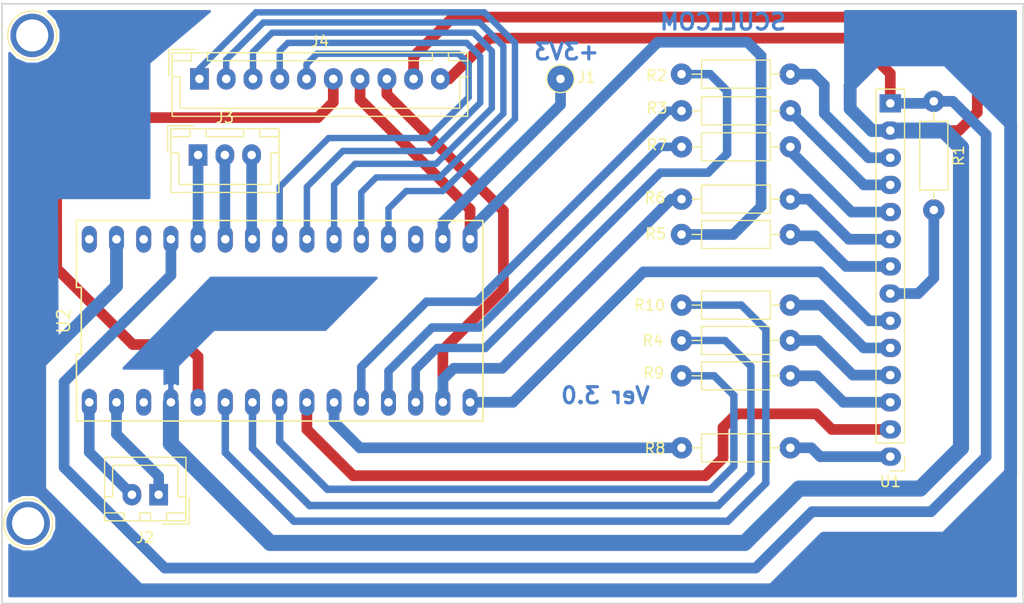
<source format=kicad_pcb>
(kicad_pcb (version 4) (host pcbnew 4.0.7)

  (general
    (links 41)
    (no_connects 0)
    (area 19.907999 18.202 115.739001 75.400001)
    (thickness 1.6)
    (drawings 7)
    (tracks 233)
    (zones 0)
    (modules 18)
    (nets 36)
  )

  (page A4)
  (layers
    (0 F.Cu signal)
    (31 B.Cu signal)
    (32 B.Adhes user)
    (33 F.Adhes user)
    (34 B.Paste user)
    (35 F.Paste user)
    (36 B.SilkS user)
    (37 F.SilkS user)
    (38 B.Mask user)
    (39 F.Mask user)
    (40 Dwgs.User user)
    (41 Cmts.User user)
    (42 Eco1.User user)
    (43 Eco2.User user)
    (44 Edge.Cuts user)
    (45 Margin user)
    (46 B.CrtYd user)
    (47 F.CrtYd user)
    (48 B.Fab user)
    (49 F.Fab user)
  )

  (setup
    (last_trace_width 1)
    (trace_clearance 0.2)
    (zone_clearance 0.508)
    (zone_45_only no)
    (trace_min 0.2)
    (segment_width 0.2)
    (edge_width 0.15)
    (via_size 0.6)
    (via_drill 0.4)
    (via_min_size 0.4)
    (via_min_drill 0.3)
    (uvia_size 0.3)
    (uvia_drill 0.1)
    (uvias_allowed no)
    (uvia_min_size 0.2)
    (uvia_min_drill 0.1)
    (pcb_text_width 0.3)
    (pcb_text_size 1.5 1.5)
    (mod_edge_width 0.15)
    (mod_text_size 1 1)
    (mod_text_width 0.15)
    (pad_size 4.064 4.064)
    (pad_drill 3)
    (pad_to_mask_clearance 0.2)
    (aux_axis_origin 0 0)
    (visible_elements 7FFFEFFF)
    (pcbplotparams
      (layerselection 0x010fc_80000001)
      (usegerberextensions true)
      (excludeedgelayer true)
      (linewidth 0.100000)
      (plotframeref false)
      (viasonmask false)
      (mode 1)
      (useauxorigin false)
      (hpglpennumber 1)
      (hpglpenspeed 20)
      (hpglpendiameter 15)
      (hpglpenoverlay 2)
      (psnegative false)
      (psa4output false)
      (plotreference true)
      (plotvalue true)
      (plotinvisibletext false)
      (padsonsilk false)
      (subtractmaskfromsilk false)
      (outputformat 1)
      (mirror false)
      (drillshape 0)
      (scaleselection 1)
      (outputdirectory K:/YOU_TUBE/DC_Voltage_Calibrator_Part4/DC_Cal_TFT_Nano_Part4_Gerber_Files/))
  )

  (net 0 "")
  (net 1 "Net-(J1-Pad1)")
  (net 2 GND)
  (net 3 "Net-(J2-Pad1)")
  (net 4 "Net-(J2-Pad2)")
  (net 5 "Net-(J3-Pad1)")
  (net 6 "Net-(J3-Pad2)")
  (net 7 "Net-(J3-Pad3)")
  (net 8 "Net-(J4-Pad1)")
  (net 9 "Net-(J4-Pad2)")
  (net 10 "Net-(J4-Pad3)")
  (net 11 "Net-(J4-Pad4)")
  (net 12 "Net-(J4-Pad5)")
  (net 13 "Net-(J4-Pad6)")
  (net 14 "Net-(J4-Pad7)")
  (net 15 "Net-(J4-Pad8)")
  (net 16 +5V)
  (net 17 "Net-(R1-Pad2)")
  (net 18 "Net-(R2-Pad1)")
  (net 19 "Net-(R2-Pad2)")
  (net 20 "Net-(R3-Pad1)")
  (net 21 "Net-(R3-Pad2)")
  (net 22 "Net-(R4-Pad1)")
  (net 23 "Net-(R4-Pad2)")
  (net 24 "Net-(R5-Pad2)")
  (net 25 "Net-(R6-Pad2)")
  (net 26 "Net-(R7-Pad1)")
  (net 27 "Net-(R7-Pad2)")
  (net 28 "Net-(R8-Pad1)")
  (net 29 "Net-(R8-Pad2)")
  (net 30 "Net-(R9-Pad1)")
  (net 31 "Net-(R9-Pad2)")
  (net 32 "Net-(R10-Pad1)")
  (net 33 "Net-(R10-Pad2)")
  (net 34 "Net-(U1-Pad13)")
  (net 35 "Net-(U1-Pad9)")

  (net_class Default "This is the default net class."
    (clearance 0.2)
    (trace_width 1)
    (via_dia 0.6)
    (via_drill 0.4)
    (uvia_dia 0.3)
    (uvia_drill 0.1)
    (add_net +5V)
    (add_net GND)
    (add_net "Net-(J1-Pad1)")
    (add_net "Net-(J2-Pad1)")
    (add_net "Net-(J2-Pad2)")
    (add_net "Net-(J3-Pad1)")
    (add_net "Net-(J3-Pad2)")
    (add_net "Net-(J3-Pad3)")
    (add_net "Net-(J4-Pad1)")
    (add_net "Net-(J4-Pad2)")
    (add_net "Net-(J4-Pad3)")
    (add_net "Net-(J4-Pad4)")
    (add_net "Net-(J4-Pad5)")
    (add_net "Net-(J4-Pad6)")
    (add_net "Net-(J4-Pad7)")
    (add_net "Net-(J4-Pad8)")
    (add_net "Net-(R1-Pad2)")
    (add_net "Net-(R10-Pad1)")
    (add_net "Net-(R10-Pad2)")
    (add_net "Net-(R2-Pad1)")
    (add_net "Net-(R2-Pad2)")
    (add_net "Net-(R3-Pad1)")
    (add_net "Net-(R3-Pad2)")
    (add_net "Net-(R4-Pad1)")
    (add_net "Net-(R4-Pad2)")
    (add_net "Net-(R5-Pad2)")
    (add_net "Net-(R6-Pad2)")
    (add_net "Net-(R7-Pad1)")
    (add_net "Net-(R7-Pad2)")
    (add_net "Net-(R8-Pad1)")
    (add_net "Net-(R8-Pad2)")
    (add_net "Net-(R9-Pad1)")
    (add_net "Net-(R9-Pad2)")
    (add_net "Net-(U1-Pad13)")
    (add_net "Net-(U1-Pad9)")
  )

  (module Connectors:1pin (layer F.Cu) (tedit 5A469D05) (tstamp 5A2EB5D8)
    (at 72.4535 26.289 180)
    (descr "module 1 pin (ou trou mecanique de percage)")
    (tags DEV)
    (path /5A2EB98C)
    (fp_text reference J1 (at -2.413 0.127 180) (layer F.SilkS)
      (effects (font (size 1 1) (thickness 0.15)))
    )
    (fp_text value "+3V3 output (option)" (at 0 3 180) (layer F.Fab)
      (effects (font (size 1 1) (thickness 0.15)))
    )
    (fp_circle (center 0 0) (end 1 0.8) (layer F.Fab) (width 0.1))
    (fp_circle (center 0 0) (end 1.2 0) (layer F.CrtYd) (width 0.05))
    (fp_circle (center 0 0) (end 0 -1.286) (layer F.SilkS) (width 0.12))
    (pad 1 thru_hole circle (at 0 0 180) (size 2.5 2.5) (drill 0.8) (layers *.Cu *.Mask)
      (net 1 "Net-(J1-Pad1)"))
  )

  (module Pin_Headers:Pin_Header_Straight_1x14_Pitch2.54mm (layer F.Cu) (tedit 5A3557EB) (tstamp 5A2DC2ED)
    (at 103.251 61.595 180)
    (descr "Through hole straight pin header, 1x14, 2.54mm pitch, single row")
    (tags "Through hole pin header THT 1x14 2.54mm single row")
    (path /5A2DAB32)
    (fp_text reference U1 (at 0 -2.33 180) (layer F.SilkS)
      (effects (font (size 1 1) (thickness 0.15)))
    )
    (fp_text value TFT_240x320_SPI_ILI9341 (at 3.175 16.637 270) (layer F.Fab)
      (effects (font (size 1 1) (thickness 0.15)))
    )
    (fp_line (start -0.635 -1.27) (end 1.27 -1.27) (layer F.Fab) (width 0.1))
    (fp_line (start 1.27 -1.27) (end 1.27 34.29) (layer F.Fab) (width 0.1))
    (fp_line (start 1.27 34.29) (end -1.27 34.29) (layer F.Fab) (width 0.1))
    (fp_line (start -1.27 34.29) (end -1.27 -0.635) (layer F.Fab) (width 0.1))
    (fp_line (start -1.27 -0.635) (end -0.635 -1.27) (layer F.Fab) (width 0.1))
    (fp_line (start -1.33 34.35) (end 1.33 34.35) (layer F.SilkS) (width 0.12))
    (fp_line (start -1.33 1.27) (end -1.33 34.35) (layer F.SilkS) (width 0.12))
    (fp_line (start 1.33 1.27) (end 1.33 34.35) (layer F.SilkS) (width 0.12))
    (fp_line (start -1.33 1.27) (end 1.33 1.27) (layer F.SilkS) (width 0.12))
    (fp_line (start -1.33 0) (end -1.33 -1.33) (layer F.SilkS) (width 0.12))
    (fp_line (start -1.33 -1.33) (end 0 -1.33) (layer F.SilkS) (width 0.12))
    (fp_line (start -1.8 -1.8) (end -1.8 34.8) (layer F.CrtYd) (width 0.05))
    (fp_line (start -1.8 34.8) (end 1.8 34.8) (layer F.CrtYd) (width 0.05))
    (fp_line (start 1.8 34.8) (end 1.8 -1.8) (layer F.CrtYd) (width 0.05))
    (fp_line (start 1.8 -1.8) (end -1.8 -1.8) (layer F.CrtYd) (width 0.05))
    (fp_text user %R (at 0 16.51 270) (layer F.Fab)
      (effects (font (size 1 1) (thickness 0.15)))
    )
    (pad 14 thru_hole oval (at 0 0 180) (size 2 1.7) (drill 0.8) (layers *.Cu *.Mask)
      (net 29 "Net-(R8-Pad2)"))
    (pad 13 thru_hole oval (at 0 2.54 180) (size 2 1.7) (drill 0.8) (layers *.Cu *.Mask)
      (net 34 "Net-(U1-Pad13)"))
    (pad 12 thru_hole oval (at 0 5.08 180) (size 2 1.7) (drill 0.8) (layers *.Cu *.Mask)
      (net 31 "Net-(R9-Pad2)"))
    (pad 11 thru_hole oval (at 0 7.62 180) (size 2 1.7) (drill 0.8) (layers *.Cu *.Mask)
      (net 23 "Net-(R4-Pad2)"))
    (pad 10 thru_hole oval (at 0 10.16 180) (size 2 1.7) (drill 0.8) (layers *.Cu *.Mask)
      (net 33 "Net-(R10-Pad2)"))
    (pad 9 thru_hole oval (at 0 12.7 180) (size 2 1.7) (drill 0.8) (layers *.Cu *.Mask)
      (net 35 "Net-(U1-Pad9)"))
    (pad 8 thru_hole oval (at 0 15.24 180) (size 2 1.7) (drill 0.8) (layers *.Cu *.Mask)
      (net 17 "Net-(R1-Pad2)"))
    (pad 7 thru_hole oval (at 0 17.78 180) (size 2 1.7) (drill 0.8) (layers *.Cu *.Mask)
      (net 24 "Net-(R5-Pad2)"))
    (pad 6 thru_hole oval (at 0 20.32 180) (size 2 1.7) (drill 0.8) (layers *.Cu *.Mask)
      (net 25 "Net-(R6-Pad2)"))
    (pad 5 thru_hole oval (at 0 22.86 180) (size 2 1.7) (drill 0.8) (layers *.Cu *.Mask)
      (net 27 "Net-(R7-Pad2)"))
    (pad 4 thru_hole oval (at 0 25.4 180) (size 2 1.7) (drill 0.8) (layers *.Cu *.Mask)
      (net 21 "Net-(R3-Pad2)"))
    (pad 3 thru_hole oval (at 0 27.94 180) (size 2 1.7) (drill 0.8) (layers *.Cu *.Mask)
      (net 19 "Net-(R2-Pad2)"))
    (pad 2 thru_hole oval (at 0 30.48 180) (size 2 1.7) (drill 0.8) (layers *.Cu *.Mask)
      (net 2 GND))
    (pad 1 thru_hole rect (at 0 33.02 180) (size 2 1.7) (drill 0.8) (layers *.Cu *.Mask)
      (net 16 +5V))
    (model ${KISYS3DMOD}/Pin_Headers.3dshapes/Pin_Header_Straight_1x14_Pitch2.54mm.wrl
      (at (xyz 0 0 0))
      (scale (xyz 1 1 1))
      (rotate (xyz 0 0 0))
    )
  )

  (module Connectors_JST:JST_XH_B02B-XH-A_02x2.50mm_Straight (layer F.Cu) (tedit 5A440FDE) (tstamp 5A2DC28A)
    (at 34.925 65.151 180)
    (descr "JST XH series connector, B02B-XH-A, top entry type, through hole")
    (tags "connector jst xh tht top vertical 2.50mm")
    (path /5A2E0588)
    (fp_text reference J2 (at 1.27 -4.0005 180) (layer F.SilkS)
      (effects (font (size 1 1) (thickness 0.15)))
    )
    (fp_text value "Upgrade Option" (at 0.381 -4.064 180) (layer F.Fab)
      (effects (font (size 1 1) (thickness 0.15)))
    )
    (fp_line (start -2.45 -2.35) (end -2.45 3.4) (layer F.Fab) (width 0.1))
    (fp_line (start -2.45 3.4) (end 4.95 3.4) (layer F.Fab) (width 0.1))
    (fp_line (start 4.95 3.4) (end 4.95 -2.35) (layer F.Fab) (width 0.1))
    (fp_line (start 4.95 -2.35) (end -2.45 -2.35) (layer F.Fab) (width 0.1))
    (fp_line (start -2.95 -2.85) (end -2.95 3.9) (layer F.CrtYd) (width 0.05))
    (fp_line (start -2.95 3.9) (end 5.45 3.9) (layer F.CrtYd) (width 0.05))
    (fp_line (start 5.45 3.9) (end 5.45 -2.85) (layer F.CrtYd) (width 0.05))
    (fp_line (start 5.45 -2.85) (end -2.95 -2.85) (layer F.CrtYd) (width 0.05))
    (fp_line (start -2.55 -2.45) (end -2.55 3.5) (layer F.SilkS) (width 0.12))
    (fp_line (start -2.55 3.5) (end 5.05 3.5) (layer F.SilkS) (width 0.12))
    (fp_line (start 5.05 3.5) (end 5.05 -2.45) (layer F.SilkS) (width 0.12))
    (fp_line (start 5.05 -2.45) (end -2.55 -2.45) (layer F.SilkS) (width 0.12))
    (fp_line (start 0.75 -2.45) (end 0.75 -1.7) (layer F.SilkS) (width 0.12))
    (fp_line (start 0.75 -1.7) (end 1.75 -1.7) (layer F.SilkS) (width 0.12))
    (fp_line (start 1.75 -1.7) (end 1.75 -2.45) (layer F.SilkS) (width 0.12))
    (fp_line (start 1.75 -2.45) (end 0.75 -2.45) (layer F.SilkS) (width 0.12))
    (fp_line (start -2.55 -2.45) (end -2.55 -1.7) (layer F.SilkS) (width 0.12))
    (fp_line (start -2.55 -1.7) (end -0.75 -1.7) (layer F.SilkS) (width 0.12))
    (fp_line (start -0.75 -1.7) (end -0.75 -2.45) (layer F.SilkS) (width 0.12))
    (fp_line (start -0.75 -2.45) (end -2.55 -2.45) (layer F.SilkS) (width 0.12))
    (fp_line (start 3.25 -2.45) (end 3.25 -1.7) (layer F.SilkS) (width 0.12))
    (fp_line (start 3.25 -1.7) (end 5.05 -1.7) (layer F.SilkS) (width 0.12))
    (fp_line (start 5.05 -1.7) (end 5.05 -2.45) (layer F.SilkS) (width 0.12))
    (fp_line (start 5.05 -2.45) (end 3.25 -2.45) (layer F.SilkS) (width 0.12))
    (fp_line (start -2.55 -0.2) (end -1.8 -0.2) (layer F.SilkS) (width 0.12))
    (fp_line (start -1.8 -0.2) (end -1.8 2.75) (layer F.SilkS) (width 0.12))
    (fp_line (start -1.8 2.75) (end 1.25 2.75) (layer F.SilkS) (width 0.12))
    (fp_line (start 5.05 -0.2) (end 4.3 -0.2) (layer F.SilkS) (width 0.12))
    (fp_line (start 4.3 -0.2) (end 4.3 2.75) (layer F.SilkS) (width 0.12))
    (fp_line (start 4.3 2.75) (end 1.25 2.75) (layer F.SilkS) (width 0.12))
    (fp_line (start -0.35 -2.75) (end -2.85 -2.75) (layer F.SilkS) (width 0.12))
    (fp_line (start -2.85 -2.75) (end -2.85 -0.25) (layer F.SilkS) (width 0.12))
    (fp_line (start -0.35 -2.75) (end -2.85 -2.75) (layer F.Fab) (width 0.1))
    (fp_line (start -2.85 -2.75) (end -2.85 -0.25) (layer F.Fab) (width 0.1))
    (fp_text user %R (at 1.25 2.5 180) (layer F.Fab)
      (effects (font (size 1 1) (thickness 0.15)))
    )
    (pad 1 thru_hole rect (at 0 0 180) (size 1.75 2) (drill 0.8) (layers *.Cu *.Mask)
      (net 3 "Net-(J2-Pad1)"))
    (pad 2 thru_hole oval (at 2.5 0 180) (size 1.75 2) (drill 0.8) (layers *.Cu *.Mask)
      (net 4 "Net-(J2-Pad2)"))
    (model Connectors_JST.3dshapes/JST_XH_B02B-XH-A_02x2.50mm_Straight.wrl
      (at (xyz 0 0 0))
      (scale (xyz 1 1 1))
      (rotate (xyz 0 0 0))
    )
  )

  (module Connectors_JST:JST_XH_B03B-XH-A_03x2.50mm_Straight (layer F.Cu) (tedit 5A2EB9BB) (tstamp 5A2DC291)
    (at 38.608 33.401)
    (descr "JST XH series connector, B03B-XH-A, top entry type, through hole")
    (tags "connector jst xh tht top vertical 2.50mm")
    (path /5A2DEA4C)
    (fp_text reference J3 (at 2.5 -3.5) (layer F.SilkS)
      (effects (font (size 1 1) (thickness 0.15)))
    )
    (fp_text value "Upgrade Option" (at 2.5 4.5) (layer F.Fab)
      (effects (font (size 1 1) (thickness 0.15)))
    )
    (fp_line (start -2.45 -2.35) (end -2.45 3.4) (layer F.Fab) (width 0.1))
    (fp_line (start -2.45 3.4) (end 7.45 3.4) (layer F.Fab) (width 0.1))
    (fp_line (start 7.45 3.4) (end 7.45 -2.35) (layer F.Fab) (width 0.1))
    (fp_line (start 7.45 -2.35) (end -2.45 -2.35) (layer F.Fab) (width 0.1))
    (fp_line (start -2.95 -2.85) (end -2.95 3.9) (layer F.CrtYd) (width 0.05))
    (fp_line (start -2.95 3.9) (end 7.95 3.9) (layer F.CrtYd) (width 0.05))
    (fp_line (start 7.95 3.9) (end 7.95 -2.85) (layer F.CrtYd) (width 0.05))
    (fp_line (start 7.95 -2.85) (end -2.95 -2.85) (layer F.CrtYd) (width 0.05))
    (fp_line (start -2.55 -2.45) (end -2.55 3.5) (layer F.SilkS) (width 0.12))
    (fp_line (start -2.55 3.5) (end 7.55 3.5) (layer F.SilkS) (width 0.12))
    (fp_line (start 7.55 3.5) (end 7.55 -2.45) (layer F.SilkS) (width 0.12))
    (fp_line (start 7.55 -2.45) (end -2.55 -2.45) (layer F.SilkS) (width 0.12))
    (fp_line (start 0.75 -2.45) (end 0.75 -1.7) (layer F.SilkS) (width 0.12))
    (fp_line (start 0.75 -1.7) (end 4.25 -1.7) (layer F.SilkS) (width 0.12))
    (fp_line (start 4.25 -1.7) (end 4.25 -2.45) (layer F.SilkS) (width 0.12))
    (fp_line (start 4.25 -2.45) (end 0.75 -2.45) (layer F.SilkS) (width 0.12))
    (fp_line (start -2.55 -2.45) (end -2.55 -1.7) (layer F.SilkS) (width 0.12))
    (fp_line (start -2.55 -1.7) (end -0.75 -1.7) (layer F.SilkS) (width 0.12))
    (fp_line (start -0.75 -1.7) (end -0.75 -2.45) (layer F.SilkS) (width 0.12))
    (fp_line (start -0.75 -2.45) (end -2.55 -2.45) (layer F.SilkS) (width 0.12))
    (fp_line (start 5.75 -2.45) (end 5.75 -1.7) (layer F.SilkS) (width 0.12))
    (fp_line (start 5.75 -1.7) (end 7.55 -1.7) (layer F.SilkS) (width 0.12))
    (fp_line (start 7.55 -1.7) (end 7.55 -2.45) (layer F.SilkS) (width 0.12))
    (fp_line (start 7.55 -2.45) (end 5.75 -2.45) (layer F.SilkS) (width 0.12))
    (fp_line (start -2.55 -0.2) (end -1.8 -0.2) (layer F.SilkS) (width 0.12))
    (fp_line (start -1.8 -0.2) (end -1.8 2.75) (layer F.SilkS) (width 0.12))
    (fp_line (start -1.8 2.75) (end 2.5 2.75) (layer F.SilkS) (width 0.12))
    (fp_line (start 7.55 -0.2) (end 6.8 -0.2) (layer F.SilkS) (width 0.12))
    (fp_line (start 6.8 -0.2) (end 6.8 2.75) (layer F.SilkS) (width 0.12))
    (fp_line (start 6.8 2.75) (end 2.5 2.75) (layer F.SilkS) (width 0.12))
    (fp_line (start -0.35 -2.75) (end -2.85 -2.75) (layer F.SilkS) (width 0.12))
    (fp_line (start -2.85 -2.75) (end -2.85 -0.25) (layer F.SilkS) (width 0.12))
    (fp_line (start -0.35 -2.75) (end -2.85 -2.75) (layer F.Fab) (width 0.1))
    (fp_line (start -2.85 -2.75) (end -2.85 -0.25) (layer F.Fab) (width 0.1))
    (fp_text user %R (at 2.5 2.5) (layer F.Fab)
      (effects (font (size 1 1) (thickness 0.15)))
    )
    (pad 1 thru_hole rect (at 0 0) (size 1.75 2) (drill 0.8) (layers *.Cu *.Mask)
      (net 5 "Net-(J3-Pad1)"))
    (pad 2 thru_hole oval (at 2.5 0) (size 1.75 2) (drill 0.8) (layers *.Cu *.Mask)
      (net 6 "Net-(J3-Pad2)"))
    (pad 3 thru_hole oval (at 5 0) (size 1.75 2) (drill 0.8) (layers *.Cu *.Mask)
      (net 7 "Net-(J3-Pad3)"))
    (model Connectors_JST.3dshapes/JST_XH_B03B-XH-A_03x2.50mm_Straight.wrl
      (at (xyz 0 0 0))
      (scale (xyz 1 1 1))
      (rotate (xyz 0 0 0))
    )
  )

  (module Connectors_JST:JST_XH_B10B-XH-A_10x2.50mm_Straight (layer F.Cu) (tedit 5A355722) (tstamp 5A2DC29F)
    (at 38.735 26.289)
    (descr "JST XH series connector, B10B-XH-A, top entry type, through hole")
    (tags "connector jst xh tht top vertical 2.50mm")
    (path /5A2DED48)
    (fp_text reference J4 (at 11.25 -3.5) (layer F.SilkS)
      (effects (font (size 1 1) (thickness 0.15)))
    )
    (fp_text value "Input from Main PCB" (at 5.7785 -3.937) (layer F.Fab)
      (effects (font (size 1 1) (thickness 0.15)))
    )
    (fp_line (start -2.45 -2.35) (end -2.45 3.4) (layer F.Fab) (width 0.1))
    (fp_line (start -2.45 3.4) (end 24.95 3.4) (layer F.Fab) (width 0.1))
    (fp_line (start 24.95 3.4) (end 24.95 -2.35) (layer F.Fab) (width 0.1))
    (fp_line (start 24.95 -2.35) (end -2.45 -2.35) (layer F.Fab) (width 0.1))
    (fp_line (start -2.95 -2.85) (end -2.95 3.9) (layer F.CrtYd) (width 0.05))
    (fp_line (start -2.95 3.9) (end 25.45 3.9) (layer F.CrtYd) (width 0.05))
    (fp_line (start 25.45 3.9) (end 25.45 -2.85) (layer F.CrtYd) (width 0.05))
    (fp_line (start 25.45 -2.85) (end -2.95 -2.85) (layer F.CrtYd) (width 0.05))
    (fp_line (start -2.55 -2.45) (end -2.55 3.5) (layer F.SilkS) (width 0.12))
    (fp_line (start -2.55 3.5) (end 25.05 3.5) (layer F.SilkS) (width 0.12))
    (fp_line (start 25.05 3.5) (end 25.05 -2.45) (layer F.SilkS) (width 0.12))
    (fp_line (start 25.05 -2.45) (end -2.55 -2.45) (layer F.SilkS) (width 0.12))
    (fp_line (start 0.75 -2.45) (end 0.75 -1.7) (layer F.SilkS) (width 0.12))
    (fp_line (start 0.75 -1.7) (end 21.75 -1.7) (layer F.SilkS) (width 0.12))
    (fp_line (start 21.75 -1.7) (end 21.75 -2.45) (layer F.SilkS) (width 0.12))
    (fp_line (start 21.75 -2.45) (end 0.75 -2.45) (layer F.SilkS) (width 0.12))
    (fp_line (start -2.55 -2.45) (end -2.55 -1.7) (layer F.SilkS) (width 0.12))
    (fp_line (start -2.55 -1.7) (end -0.75 -1.7) (layer F.SilkS) (width 0.12))
    (fp_line (start -0.75 -1.7) (end -0.75 -2.45) (layer F.SilkS) (width 0.12))
    (fp_line (start -0.75 -2.45) (end -2.55 -2.45) (layer F.SilkS) (width 0.12))
    (fp_line (start 23.25 -2.45) (end 23.25 -1.7) (layer F.SilkS) (width 0.12))
    (fp_line (start 23.25 -1.7) (end 25.05 -1.7) (layer F.SilkS) (width 0.12))
    (fp_line (start 25.05 -1.7) (end 25.05 -2.45) (layer F.SilkS) (width 0.12))
    (fp_line (start 25.05 -2.45) (end 23.25 -2.45) (layer F.SilkS) (width 0.12))
    (fp_line (start -2.55 -0.2) (end -1.8 -0.2) (layer F.SilkS) (width 0.12))
    (fp_line (start -1.8 -0.2) (end -1.8 2.75) (layer F.SilkS) (width 0.12))
    (fp_line (start -1.8 2.75) (end 11.25 2.75) (layer F.SilkS) (width 0.12))
    (fp_line (start 25.05 -0.2) (end 24.3 -0.2) (layer F.SilkS) (width 0.12))
    (fp_line (start 24.3 -0.2) (end 24.3 2.75) (layer F.SilkS) (width 0.12))
    (fp_line (start 24.3 2.75) (end 11.25 2.75) (layer F.SilkS) (width 0.12))
    (fp_line (start -0.35 -2.75) (end -2.85 -2.75) (layer F.SilkS) (width 0.12))
    (fp_line (start -2.85 -2.75) (end -2.85 -0.25) (layer F.SilkS) (width 0.12))
    (fp_line (start -0.35 -2.75) (end -2.85 -2.75) (layer F.Fab) (width 0.1))
    (fp_line (start -2.85 -2.75) (end -2.85 -0.25) (layer F.Fab) (width 0.1))
    (fp_text user %R (at 11.25 2.5) (layer F.Fab)
      (effects (font (size 1 1) (thickness 0.15)))
    )
    (pad 1 thru_hole rect (at 0 0) (size 1.75 2) (drill 0.8) (layers *.Cu *.Mask)
      (net 8 "Net-(J4-Pad1)"))
    (pad 2 thru_hole oval (at 2.5 0) (size 1.75 2) (drill 0.8) (layers *.Cu *.Mask)
      (net 9 "Net-(J4-Pad2)"))
    (pad 3 thru_hole oval (at 5 0) (size 1.75 2) (drill 0.8) (layers *.Cu *.Mask)
      (net 10 "Net-(J4-Pad3)"))
    (pad 4 thru_hole oval (at 7.5 0) (size 1.75 2) (drill 0.8) (layers *.Cu *.Mask)
      (net 11 "Net-(J4-Pad4)"))
    (pad 5 thru_hole oval (at 10 0) (size 1.75 2) (drill 0.8) (layers *.Cu *.Mask)
      (net 12 "Net-(J4-Pad5)"))
    (pad 6 thru_hole oval (at 12.5 0) (size 1.75 2) (drill 0.8) (layers *.Cu *.Mask)
      (net 13 "Net-(J4-Pad6)"))
    (pad 7 thru_hole oval (at 15 0) (size 1.75 2) (drill 0.8) (layers *.Cu *.Mask)
      (net 14 "Net-(J4-Pad7)"))
    (pad 8 thru_hole oval (at 17.5 0) (size 1.75 2) (drill 0.8) (layers *.Cu *.Mask)
      (net 15 "Net-(J4-Pad8)"))
    (pad 9 thru_hole oval (at 20 0) (size 1.75 2) (drill 0.8) (layers *.Cu *.Mask)
      (net 2 GND))
    (pad 10 thru_hole oval (at 22.5 0) (size 1.75 2) (drill 0.8) (layers *.Cu *.Mask)
      (net 16 +5V))
    (model Connectors_JST.3dshapes/JST_XH_B10B-XH-A_10x2.50mm_Straight.wrl
      (at (xyz 0 0 0))
      (scale (xyz 1 1 1))
      (rotate (xyz 0 0 0))
    )
  )

  (module Resistors_THT:R_Axial_DIN0207_L6.3mm_D2.5mm_P10.16mm_Horizontal (layer F.Cu) (tedit 5A355740) (tstamp 5A2DC2A5)
    (at 107.315 28.3845 270)
    (descr "Resistor, Axial_DIN0207 series, Axial, Horizontal, pin pitch=10.16mm, 0.25W = 1/4W, length*diameter=6.3*2.5mm^2, http://cdn-reichelt.de/documents/datenblatt/B400/1_4W%23YAG.pdf")
    (tags "Resistor Axial_DIN0207 series Axial Horizontal pin pitch 10.16mm 0.25W = 1/4W length 6.3mm diameter 2.5mm")
    (path /5A2DB4C5)
    (fp_text reference R1 (at 5.08 -2.31 270) (layer F.SilkS)
      (effects (font (size 1 1) (thickness 0.15)))
    )
    (fp_text value 56 (at 4.6355 0.0635 270) (layer F.Fab)
      (effects (font (size 1 1) (thickness 0.15)))
    )
    (fp_line (start 1.93 -1.25) (end 1.93 1.25) (layer F.Fab) (width 0.1))
    (fp_line (start 1.93 1.25) (end 8.23 1.25) (layer F.Fab) (width 0.1))
    (fp_line (start 8.23 1.25) (end 8.23 -1.25) (layer F.Fab) (width 0.1))
    (fp_line (start 8.23 -1.25) (end 1.93 -1.25) (layer F.Fab) (width 0.1))
    (fp_line (start 0 0) (end 1.93 0) (layer F.Fab) (width 0.1))
    (fp_line (start 10.16 0) (end 8.23 0) (layer F.Fab) (width 0.1))
    (fp_line (start 1.87 -1.31) (end 1.87 1.31) (layer F.SilkS) (width 0.12))
    (fp_line (start 1.87 1.31) (end 8.29 1.31) (layer F.SilkS) (width 0.12))
    (fp_line (start 8.29 1.31) (end 8.29 -1.31) (layer F.SilkS) (width 0.12))
    (fp_line (start 8.29 -1.31) (end 1.87 -1.31) (layer F.SilkS) (width 0.12))
    (fp_line (start 0.98 0) (end 1.87 0) (layer F.SilkS) (width 0.12))
    (fp_line (start 9.18 0) (end 8.29 0) (layer F.SilkS) (width 0.12))
    (fp_line (start -1.05 -1.6) (end -1.05 1.6) (layer F.CrtYd) (width 0.05))
    (fp_line (start -1.05 1.6) (end 11.25 1.6) (layer F.CrtYd) (width 0.05))
    (fp_line (start 11.25 1.6) (end 11.25 -1.6) (layer F.CrtYd) (width 0.05))
    (fp_line (start 11.25 -1.6) (end -1.05 -1.6) (layer F.CrtYd) (width 0.05))
    (pad 1 thru_hole circle (at 0 0 270) (size 2 2) (drill 0.8) (layers *.Cu *.Mask)
      (net 16 +5V))
    (pad 2 thru_hole circle (at 10.16 0 270) (size 2 2) (drill 0.8) (layers *.Cu *.Mask)
      (net 17 "Net-(R1-Pad2)"))
    (model ${KISYS3DMOD}/Resistors_THT.3dshapes/R_Axial_DIN0207_L6.3mm_D2.5mm_P10.16mm_Horizontal.wrl
      (at (xyz 0 0 0))
      (scale (xyz 0.393701 0.393701 0.393701))
      (rotate (xyz 0 0 0))
    )
  )

  (module Resistors_THT:R_Axial_DIN0207_L6.3mm_D2.5mm_P10.16mm_Horizontal (layer F.Cu) (tedit 5A469D10) (tstamp 5A2DC2AB)
    (at 83.7565 25.8445)
    (descr "Resistor, Axial_DIN0207 series, Axial, Horizontal, pin pitch=10.16mm, 0.25W = 1/4W, length*diameter=6.3*2.5mm^2, http://cdn-reichelt.de/documents/datenblatt/B400/1_4W%23YAG.pdf")
    (tags "Resistor Axial_DIN0207 series Axial Horizontal pin pitch 10.16mm 0.25W = 1/4W length 6.3mm diameter 2.5mm")
    (path /5A2DAD7B)
    (fp_text reference R2 (at -2.3495 0.127) (layer F.SilkS)
      (effects (font (size 1 1) (thickness 0.15)))
    )
    (fp_text value 10K (at 4.8895 0.127) (layer F.Fab)
      (effects (font (size 1 1) (thickness 0.15)))
    )
    (fp_line (start 1.93 -1.25) (end 1.93 1.25) (layer F.Fab) (width 0.1))
    (fp_line (start 1.93 1.25) (end 8.23 1.25) (layer F.Fab) (width 0.1))
    (fp_line (start 8.23 1.25) (end 8.23 -1.25) (layer F.Fab) (width 0.1))
    (fp_line (start 8.23 -1.25) (end 1.93 -1.25) (layer F.Fab) (width 0.1))
    (fp_line (start 0 0) (end 1.93 0) (layer F.Fab) (width 0.1))
    (fp_line (start 10.16 0) (end 8.23 0) (layer F.Fab) (width 0.1))
    (fp_line (start 1.87 -1.31) (end 1.87 1.31) (layer F.SilkS) (width 0.12))
    (fp_line (start 1.87 1.31) (end 8.29 1.31) (layer F.SilkS) (width 0.12))
    (fp_line (start 8.29 1.31) (end 8.29 -1.31) (layer F.SilkS) (width 0.12))
    (fp_line (start 8.29 -1.31) (end 1.87 -1.31) (layer F.SilkS) (width 0.12))
    (fp_line (start 0.98 0) (end 1.87 0) (layer F.SilkS) (width 0.12))
    (fp_line (start 9.18 0) (end 8.29 0) (layer F.SilkS) (width 0.12))
    (fp_line (start -1.05 -1.6) (end -1.05 1.6) (layer F.CrtYd) (width 0.05))
    (fp_line (start -1.05 1.6) (end 11.25 1.6) (layer F.CrtYd) (width 0.05))
    (fp_line (start 11.25 1.6) (end 11.25 -1.6) (layer F.CrtYd) (width 0.05))
    (fp_line (start 11.25 -1.6) (end -1.05 -1.6) (layer F.CrtYd) (width 0.05))
    (pad 1 thru_hole circle (at 0 0) (size 2 2) (drill 0.8) (layers *.Cu *.Mask)
      (net 18 "Net-(R2-Pad1)"))
    (pad 2 thru_hole circle (at 10.16 0) (size 2 2) (drill 0.8) (layers *.Cu *.Mask)
      (net 19 "Net-(R2-Pad2)"))
    (model ${KISYS3DMOD}/Resistors_THT.3dshapes/R_Axial_DIN0207_L6.3mm_D2.5mm_P10.16mm_Horizontal.wrl
      (at (xyz 0 0 0))
      (scale (xyz 0.393701 0.393701 0.393701))
      (rotate (xyz 0 0 0))
    )
  )

  (module Resistors_THT:R_Axial_DIN0207_L6.3mm_D2.5mm_P10.16mm_Horizontal (layer F.Cu) (tedit 5A469D17) (tstamp 5A2DC2B1)
    (at 83.7565 29.2735)
    (descr "Resistor, Axial_DIN0207 series, Axial, Horizontal, pin pitch=10.16mm, 0.25W = 1/4W, length*diameter=6.3*2.5mm^2, http://cdn-reichelt.de/documents/datenblatt/B400/1_4W%23YAG.pdf")
    (tags "Resistor Axial_DIN0207 series Axial Horizontal pin pitch 10.16mm 0.25W = 1/4W length 6.3mm diameter 2.5mm")
    (path /5A2DB432)
    (fp_text reference R3 (at -2.286 -0.254) (layer F.SilkS)
      (effects (font (size 1 1) (thickness 0.15)))
    )
    (fp_text value 10K (at 4.8895 0.0635) (layer F.Fab)
      (effects (font (size 1 1) (thickness 0.15)))
    )
    (fp_line (start 1.93 -1.25) (end 1.93 1.25) (layer F.Fab) (width 0.1))
    (fp_line (start 1.93 1.25) (end 8.23 1.25) (layer F.Fab) (width 0.1))
    (fp_line (start 8.23 1.25) (end 8.23 -1.25) (layer F.Fab) (width 0.1))
    (fp_line (start 8.23 -1.25) (end 1.93 -1.25) (layer F.Fab) (width 0.1))
    (fp_line (start 0 0) (end 1.93 0) (layer F.Fab) (width 0.1))
    (fp_line (start 10.16 0) (end 8.23 0) (layer F.Fab) (width 0.1))
    (fp_line (start 1.87 -1.31) (end 1.87 1.31) (layer F.SilkS) (width 0.12))
    (fp_line (start 1.87 1.31) (end 8.29 1.31) (layer F.SilkS) (width 0.12))
    (fp_line (start 8.29 1.31) (end 8.29 -1.31) (layer F.SilkS) (width 0.12))
    (fp_line (start 8.29 -1.31) (end 1.87 -1.31) (layer F.SilkS) (width 0.12))
    (fp_line (start 0.98 0) (end 1.87 0) (layer F.SilkS) (width 0.12))
    (fp_line (start 9.18 0) (end 8.29 0) (layer F.SilkS) (width 0.12))
    (fp_line (start -1.05 -1.6) (end -1.05 1.6) (layer F.CrtYd) (width 0.05))
    (fp_line (start -1.05 1.6) (end 11.25 1.6) (layer F.CrtYd) (width 0.05))
    (fp_line (start 11.25 1.6) (end 11.25 -1.6) (layer F.CrtYd) (width 0.05))
    (fp_line (start 11.25 -1.6) (end -1.05 -1.6) (layer F.CrtYd) (width 0.05))
    (pad 1 thru_hole circle (at 0 0) (size 2 2) (drill 0.8) (layers *.Cu *.Mask)
      (net 20 "Net-(R3-Pad1)"))
    (pad 2 thru_hole circle (at 10.16 0) (size 2 2) (drill 0.8) (layers *.Cu *.Mask)
      (net 21 "Net-(R3-Pad2)"))
    (model ${KISYS3DMOD}/Resistors_THT.3dshapes/R_Axial_DIN0207_L6.3mm_D2.5mm_P10.16mm_Horizontal.wrl
      (at (xyz 0 0 0))
      (scale (xyz 0.393701 0.393701 0.393701))
      (rotate (xyz 0 0 0))
    )
  )

  (module Resistors_THT:R_Axial_DIN0207_L6.3mm_D2.5mm_P10.16mm_Horizontal (layer F.Cu) (tedit 5A3557AA) (tstamp 5A2DC2B7)
    (at 83.7565 50.7365)
    (descr "Resistor, Axial_DIN0207 series, Axial, Horizontal, pin pitch=10.16mm, 0.25W = 1/4W, length*diameter=6.3*2.5mm^2, http://cdn-reichelt.de/documents/datenblatt/B400/1_4W%23YAG.pdf")
    (tags "Resistor Axial_DIN0207 series Axial Horizontal pin pitch 10.16mm 0.25W = 1/4W length 6.3mm diameter 2.5mm")
    (path /5A2DADF5)
    (fp_text reference R4 (at -2.667 0) (layer F.SilkS)
      (effects (font (size 1 1) (thickness 0.15)))
    )
    (fp_text value 10K (at 5.08 0.127) (layer F.Fab)
      (effects (font (size 1 1) (thickness 0.15)))
    )
    (fp_line (start 1.93 -1.25) (end 1.93 1.25) (layer F.Fab) (width 0.1))
    (fp_line (start 1.93 1.25) (end 8.23 1.25) (layer F.Fab) (width 0.1))
    (fp_line (start 8.23 1.25) (end 8.23 -1.25) (layer F.Fab) (width 0.1))
    (fp_line (start 8.23 -1.25) (end 1.93 -1.25) (layer F.Fab) (width 0.1))
    (fp_line (start 0 0) (end 1.93 0) (layer F.Fab) (width 0.1))
    (fp_line (start 10.16 0) (end 8.23 0) (layer F.Fab) (width 0.1))
    (fp_line (start 1.87 -1.31) (end 1.87 1.31) (layer F.SilkS) (width 0.12))
    (fp_line (start 1.87 1.31) (end 8.29 1.31) (layer F.SilkS) (width 0.12))
    (fp_line (start 8.29 1.31) (end 8.29 -1.31) (layer F.SilkS) (width 0.12))
    (fp_line (start 8.29 -1.31) (end 1.87 -1.31) (layer F.SilkS) (width 0.12))
    (fp_line (start 0.98 0) (end 1.87 0) (layer F.SilkS) (width 0.12))
    (fp_line (start 9.18 0) (end 8.29 0) (layer F.SilkS) (width 0.12))
    (fp_line (start -1.05 -1.6) (end -1.05 1.6) (layer F.CrtYd) (width 0.05))
    (fp_line (start -1.05 1.6) (end 11.25 1.6) (layer F.CrtYd) (width 0.05))
    (fp_line (start 11.25 1.6) (end 11.25 -1.6) (layer F.CrtYd) (width 0.05))
    (fp_line (start 11.25 -1.6) (end -1.05 -1.6) (layer F.CrtYd) (width 0.05))
    (pad 1 thru_hole circle (at 0 0) (size 2 2) (drill 0.8) (layers *.Cu *.Mask)
      (net 22 "Net-(R4-Pad1)"))
    (pad 2 thru_hole circle (at 10.16 0) (size 2 2) (drill 0.8) (layers *.Cu *.Mask)
      (net 23 "Net-(R4-Pad2)"))
    (model ${KISYS3DMOD}/Resistors_THT.3dshapes/R_Axial_DIN0207_L6.3mm_D2.5mm_P10.16mm_Horizontal.wrl
      (at (xyz 0 0 0))
      (scale (xyz 0.393701 0.393701 0.393701))
      (rotate (xyz 0 0 0))
    )
  )

  (module Resistors_THT:R_Axial_DIN0207_L6.3mm_D2.5mm_P10.16mm_Horizontal (layer F.Cu) (tedit 5A35579A) (tstamp 5A2DC2BD)
    (at 83.7565 40.8305)
    (descr "Resistor, Axial_DIN0207 series, Axial, Horizontal, pin pitch=10.16mm, 0.25W = 1/4W, length*diameter=6.3*2.5mm^2, http://cdn-reichelt.de/documents/datenblatt/B400/1_4W%23YAG.pdf")
    (tags "Resistor Axial_DIN0207 series Axial Horizontal pin pitch 10.16mm 0.25W = 1/4W length 6.3mm diameter 2.5mm")
    (path /5A2DAD1F)
    (fp_text reference R5 (at -2.413 -0.0635) (layer F.SilkS)
      (effects (font (size 1 1) (thickness 0.15)))
    )
    (fp_text value 10K (at 4.8895 0) (layer F.Fab)
      (effects (font (size 1 1) (thickness 0.15)))
    )
    (fp_line (start 1.93 -1.25) (end 1.93 1.25) (layer F.Fab) (width 0.1))
    (fp_line (start 1.93 1.25) (end 8.23 1.25) (layer F.Fab) (width 0.1))
    (fp_line (start 8.23 1.25) (end 8.23 -1.25) (layer F.Fab) (width 0.1))
    (fp_line (start 8.23 -1.25) (end 1.93 -1.25) (layer F.Fab) (width 0.1))
    (fp_line (start 0 0) (end 1.93 0) (layer F.Fab) (width 0.1))
    (fp_line (start 10.16 0) (end 8.23 0) (layer F.Fab) (width 0.1))
    (fp_line (start 1.87 -1.31) (end 1.87 1.31) (layer F.SilkS) (width 0.12))
    (fp_line (start 1.87 1.31) (end 8.29 1.31) (layer F.SilkS) (width 0.12))
    (fp_line (start 8.29 1.31) (end 8.29 -1.31) (layer F.SilkS) (width 0.12))
    (fp_line (start 8.29 -1.31) (end 1.87 -1.31) (layer F.SilkS) (width 0.12))
    (fp_line (start 0.98 0) (end 1.87 0) (layer F.SilkS) (width 0.12))
    (fp_line (start 9.18 0) (end 8.29 0) (layer F.SilkS) (width 0.12))
    (fp_line (start -1.05 -1.6) (end -1.05 1.6) (layer F.CrtYd) (width 0.05))
    (fp_line (start -1.05 1.6) (end 11.25 1.6) (layer F.CrtYd) (width 0.05))
    (fp_line (start 11.25 1.6) (end 11.25 -1.6) (layer F.CrtYd) (width 0.05))
    (fp_line (start 11.25 -1.6) (end -1.05 -1.6) (layer F.CrtYd) (width 0.05))
    (pad 1 thru_hole circle (at 0 0) (size 2 2) (drill 0.8) (layers *.Cu *.Mask)
      (net 14 "Net-(J4-Pad7)"))
    (pad 2 thru_hole circle (at 10.16 0) (size 2 2) (drill 0.8) (layers *.Cu *.Mask)
      (net 24 "Net-(R5-Pad2)"))
    (model ${KISYS3DMOD}/Resistors_THT.3dshapes/R_Axial_DIN0207_L6.3mm_D2.5mm_P10.16mm_Horizontal.wrl
      (at (xyz 0 0 0))
      (scale (xyz 0.393701 0.393701 0.393701))
      (rotate (xyz 0 0 0))
    )
  )

  (module Resistors_THT:R_Axial_DIN0207_L6.3mm_D2.5mm_P10.16mm_Horizontal (layer F.Cu) (tedit 5A44100D) (tstamp 5A2DC2C3)
    (at 83.7565 37.5285)
    (descr "Resistor, Axial_DIN0207 series, Axial, Horizontal, pin pitch=10.16mm, 0.25W = 1/4W, length*diameter=6.3*2.5mm^2, http://cdn-reichelt.de/documents/datenblatt/B400/1_4W%23YAG.pdf")
    (tags "Resistor Axial_DIN0207 series Axial Horizontal pin pitch 10.16mm 0.25W = 1/4W length 6.3mm diameter 2.5mm")
    (path /5A2DAD50)
    (fp_text reference R6 (at -2.4765 -0.127) (layer F.SilkS)
      (effects (font (size 1 1) (thickness 0.15)))
    )
    (fp_text value 10K (at 4.953 -0.127) (layer F.Fab)
      (effects (font (size 1 1) (thickness 0.15)))
    )
    (fp_line (start 1.93 -1.25) (end 1.93 1.25) (layer F.Fab) (width 0.1))
    (fp_line (start 1.93 1.25) (end 8.23 1.25) (layer F.Fab) (width 0.1))
    (fp_line (start 8.23 1.25) (end 8.23 -1.25) (layer F.Fab) (width 0.1))
    (fp_line (start 8.23 -1.25) (end 1.93 -1.25) (layer F.Fab) (width 0.1))
    (fp_line (start 0 0) (end 1.93 0) (layer F.Fab) (width 0.1))
    (fp_line (start 10.16 0) (end 8.23 0) (layer F.Fab) (width 0.1))
    (fp_line (start 1.87 -1.31) (end 1.87 1.31) (layer F.SilkS) (width 0.12))
    (fp_line (start 1.87 1.31) (end 8.29 1.31) (layer F.SilkS) (width 0.12))
    (fp_line (start 8.29 1.31) (end 8.29 -1.31) (layer F.SilkS) (width 0.12))
    (fp_line (start 8.29 -1.31) (end 1.87 -1.31) (layer F.SilkS) (width 0.12))
    (fp_line (start 0.98 0) (end 1.87 0) (layer F.SilkS) (width 0.12))
    (fp_line (start 9.18 0) (end 8.29 0) (layer F.SilkS) (width 0.12))
    (fp_line (start -1.05 -1.6) (end -1.05 1.6) (layer F.CrtYd) (width 0.05))
    (fp_line (start -1.05 1.6) (end 11.25 1.6) (layer F.CrtYd) (width 0.05))
    (fp_line (start 11.25 1.6) (end 11.25 -1.6) (layer F.CrtYd) (width 0.05))
    (fp_line (start 11.25 -1.6) (end -1.05 -1.6) (layer F.CrtYd) (width 0.05))
    (pad 1 thru_hole circle (at 0 0) (size 2 2) (drill 0.8) (layers *.Cu *.Mask)
      (net 15 "Net-(J4-Pad8)"))
    (pad 2 thru_hole circle (at 10.16 0) (size 2 2) (drill 0.8) (layers *.Cu *.Mask)
      (net 25 "Net-(R6-Pad2)"))
    (model ${KISYS3DMOD}/Resistors_THT.3dshapes/R_Axial_DIN0207_L6.3mm_D2.5mm_P10.16mm_Horizontal.wrl
      (at (xyz 0 0 0))
      (scale (xyz 0.393701 0.393701 0.393701))
      (rotate (xyz 0 0 0))
    )
  )

  (module Resistors_THT:R_Axial_DIN0207_L6.3mm_D2.5mm_P10.16mm_Horizontal (layer F.Cu) (tedit 5A35578F) (tstamp 5A2DC2C9)
    (at 83.7565 32.639)
    (descr "Resistor, Axial_DIN0207 series, Axial, Horizontal, pin pitch=10.16mm, 0.25W = 1/4W, length*diameter=6.3*2.5mm^2, http://cdn-reichelt.de/documents/datenblatt/B400/1_4W%23YAG.pdf")
    (tags "Resistor Axial_DIN0207 series Axial Horizontal pin pitch 10.16mm 0.25W = 1/4W length 6.3mm diameter 2.5mm")
    (path /5A2DADAE)
    (fp_text reference R7 (at -2.286 -0.1905) (layer F.SilkS)
      (effects (font (size 1 1) (thickness 0.15)))
    )
    (fp_text value 10K (at 4.8895 -0.127) (layer F.Fab)
      (effects (font (size 1 1) (thickness 0.15)))
    )
    (fp_line (start 1.93 -1.25) (end 1.93 1.25) (layer F.Fab) (width 0.1))
    (fp_line (start 1.93 1.25) (end 8.23 1.25) (layer F.Fab) (width 0.1))
    (fp_line (start 8.23 1.25) (end 8.23 -1.25) (layer F.Fab) (width 0.1))
    (fp_line (start 8.23 -1.25) (end 1.93 -1.25) (layer F.Fab) (width 0.1))
    (fp_line (start 0 0) (end 1.93 0) (layer F.Fab) (width 0.1))
    (fp_line (start 10.16 0) (end 8.23 0) (layer F.Fab) (width 0.1))
    (fp_line (start 1.87 -1.31) (end 1.87 1.31) (layer F.SilkS) (width 0.12))
    (fp_line (start 1.87 1.31) (end 8.29 1.31) (layer F.SilkS) (width 0.12))
    (fp_line (start 8.29 1.31) (end 8.29 -1.31) (layer F.SilkS) (width 0.12))
    (fp_line (start 8.29 -1.31) (end 1.87 -1.31) (layer F.SilkS) (width 0.12))
    (fp_line (start 0.98 0) (end 1.87 0) (layer F.SilkS) (width 0.12))
    (fp_line (start 9.18 0) (end 8.29 0) (layer F.SilkS) (width 0.12))
    (fp_line (start -1.05 -1.6) (end -1.05 1.6) (layer F.CrtYd) (width 0.05))
    (fp_line (start -1.05 1.6) (end 11.25 1.6) (layer F.CrtYd) (width 0.05))
    (fp_line (start 11.25 1.6) (end 11.25 -1.6) (layer F.CrtYd) (width 0.05))
    (fp_line (start 11.25 -1.6) (end -1.05 -1.6) (layer F.CrtYd) (width 0.05))
    (pad 1 thru_hole circle (at 0 0) (size 2 2) (drill 0.8) (layers *.Cu *.Mask)
      (net 26 "Net-(R7-Pad1)"))
    (pad 2 thru_hole circle (at 10.16 0) (size 2 2) (drill 0.8) (layers *.Cu *.Mask)
      (net 27 "Net-(R7-Pad2)"))
    (model ${KISYS3DMOD}/Resistors_THT.3dshapes/R_Axial_DIN0207_L6.3mm_D2.5mm_P10.16mm_Horizontal.wrl
      (at (xyz 0 0 0))
      (scale (xyz 0.393701 0.393701 0.393701))
      (rotate (xyz 0 0 0))
    )
  )

  (module Resistors_THT:R_Axial_DIN0207_L6.3mm_D2.5mm_P10.16mm_Horizontal (layer F.Cu) (tedit 5A440FF6) (tstamp 5A2DC2CF)
    (at 83.7565 60.7695)
    (descr "Resistor, Axial_DIN0207 series, Axial, Horizontal, pin pitch=10.16mm, 0.25W = 1/4W, length*diameter=6.3*2.5mm^2, http://cdn-reichelt.de/documents/datenblatt/B400/1_4W%23YAG.pdf")
    (tags "Resistor Axial_DIN0207 series Axial Horizontal pin pitch 10.16mm 0.25W = 1/4W length 6.3mm diameter 2.5mm")
    (path /5A2DAC80)
    (fp_text reference R8 (at -2.4765 0.0635) (layer F.SilkS)
      (effects (font (size 1 1) (thickness 0.15)))
    )
    (fp_text value 10K (at 6.096 -0.127) (layer F.Fab)
      (effects (font (size 1 1) (thickness 0.15)))
    )
    (fp_line (start 1.93 -1.25) (end 1.93 1.25) (layer F.Fab) (width 0.1))
    (fp_line (start 1.93 1.25) (end 8.23 1.25) (layer F.Fab) (width 0.1))
    (fp_line (start 8.23 1.25) (end 8.23 -1.25) (layer F.Fab) (width 0.1))
    (fp_line (start 8.23 -1.25) (end 1.93 -1.25) (layer F.Fab) (width 0.1))
    (fp_line (start 0 0) (end 1.93 0) (layer F.Fab) (width 0.1))
    (fp_line (start 10.16 0) (end 8.23 0) (layer F.Fab) (width 0.1))
    (fp_line (start 1.87 -1.31) (end 1.87 1.31) (layer F.SilkS) (width 0.12))
    (fp_line (start 1.87 1.31) (end 8.29 1.31) (layer F.SilkS) (width 0.12))
    (fp_line (start 8.29 1.31) (end 8.29 -1.31) (layer F.SilkS) (width 0.12))
    (fp_line (start 8.29 -1.31) (end 1.87 -1.31) (layer F.SilkS) (width 0.12))
    (fp_line (start 0.98 0) (end 1.87 0) (layer F.SilkS) (width 0.12))
    (fp_line (start 9.18 0) (end 8.29 0) (layer F.SilkS) (width 0.12))
    (fp_line (start -1.05 -1.6) (end -1.05 1.6) (layer F.CrtYd) (width 0.05))
    (fp_line (start -1.05 1.6) (end 11.25 1.6) (layer F.CrtYd) (width 0.05))
    (fp_line (start 11.25 1.6) (end 11.25 -1.6) (layer F.CrtYd) (width 0.05))
    (fp_line (start 11.25 -1.6) (end -1.05 -1.6) (layer F.CrtYd) (width 0.05))
    (pad 1 thru_hole circle (at 0 0) (size 2 2) (drill 0.8) (layers *.Cu *.Mask)
      (net 28 "Net-(R8-Pad1)"))
    (pad 2 thru_hole circle (at 10.16 0) (size 2 2) (drill 0.8) (layers *.Cu *.Mask)
      (net 29 "Net-(R8-Pad2)"))
    (model ${KISYS3DMOD}/Resistors_THT.3dshapes/R_Axial_DIN0207_L6.3mm_D2.5mm_P10.16mm_Horizontal.wrl
      (at (xyz 0 0 0))
      (scale (xyz 0.393701 0.393701 0.393701))
      (rotate (xyz 0 0 0))
    )
  )

  (module Resistors_THT:R_Axial_DIN0207_L6.3mm_D2.5mm_P10.16mm_Horizontal (layer F.Cu) (tedit 5A3557B3) (tstamp 5A2DC2D5)
    (at 83.7565 54.0385)
    (descr "Resistor, Axial_DIN0207 series, Axial, Horizontal, pin pitch=10.16mm, 0.25W = 1/4W, length*diameter=6.3*2.5mm^2, http://cdn-reichelt.de/documents/datenblatt/B400/1_4W%23YAG.pdf")
    (tags "Resistor Axial_DIN0207 series Axial Horizontal pin pitch 10.16mm 0.25W = 1/4W length 6.3mm diameter 2.5mm")
    (path /5A2DAE7F)
    (fp_text reference R9 (at -2.6035 -0.254) (layer F.SilkS)
      (effects (font (size 1 1) (thickness 0.15)))
    )
    (fp_text value 10K (at 5.1435 0.127) (layer F.Fab)
      (effects (font (size 1 1) (thickness 0.15)))
    )
    (fp_line (start 1.93 -1.25) (end 1.93 1.25) (layer F.Fab) (width 0.1))
    (fp_line (start 1.93 1.25) (end 8.23 1.25) (layer F.Fab) (width 0.1))
    (fp_line (start 8.23 1.25) (end 8.23 -1.25) (layer F.Fab) (width 0.1))
    (fp_line (start 8.23 -1.25) (end 1.93 -1.25) (layer F.Fab) (width 0.1))
    (fp_line (start 0 0) (end 1.93 0) (layer F.Fab) (width 0.1))
    (fp_line (start 10.16 0) (end 8.23 0) (layer F.Fab) (width 0.1))
    (fp_line (start 1.87 -1.31) (end 1.87 1.31) (layer F.SilkS) (width 0.12))
    (fp_line (start 1.87 1.31) (end 8.29 1.31) (layer F.SilkS) (width 0.12))
    (fp_line (start 8.29 1.31) (end 8.29 -1.31) (layer F.SilkS) (width 0.12))
    (fp_line (start 8.29 -1.31) (end 1.87 -1.31) (layer F.SilkS) (width 0.12))
    (fp_line (start 0.98 0) (end 1.87 0) (layer F.SilkS) (width 0.12))
    (fp_line (start 9.18 0) (end 8.29 0) (layer F.SilkS) (width 0.12))
    (fp_line (start -1.05 -1.6) (end -1.05 1.6) (layer F.CrtYd) (width 0.05))
    (fp_line (start -1.05 1.6) (end 11.25 1.6) (layer F.CrtYd) (width 0.05))
    (fp_line (start 11.25 1.6) (end 11.25 -1.6) (layer F.CrtYd) (width 0.05))
    (fp_line (start 11.25 -1.6) (end -1.05 -1.6) (layer F.CrtYd) (width 0.05))
    (pad 1 thru_hole circle (at 0 0) (size 2 2) (drill 0.8) (layers *.Cu *.Mask)
      (net 30 "Net-(R9-Pad1)"))
    (pad 2 thru_hole circle (at 10.16 0) (size 2 2) (drill 0.8) (layers *.Cu *.Mask)
      (net 31 "Net-(R9-Pad2)"))
    (model ${KISYS3DMOD}/Resistors_THT.3dshapes/R_Axial_DIN0207_L6.3mm_D2.5mm_P10.16mm_Horizontal.wrl
      (at (xyz 0 0 0))
      (scale (xyz 0.393701 0.393701 0.393701))
      (rotate (xyz 0 0 0))
    )
  )

  (module Resistors_THT:R_Axial_DIN0207_L6.3mm_D2.5mm_P10.16mm_Horizontal (layer F.Cu) (tedit 5A3557A4) (tstamp 5A2DC2DB)
    (at 83.7565 47.4345)
    (descr "Resistor, Axial_DIN0207 series, Axial, Horizontal, pin pitch=10.16mm, 0.25W = 1/4W, length*diameter=6.3*2.5mm^2, http://cdn-reichelt.de/documents/datenblatt/B400/1_4W%23YAG.pdf")
    (tags "Resistor Axial_DIN0207 series Axial Horizontal pin pitch 10.16mm 0.25W = 1/4W length 6.3mm diameter 2.5mm")
    (path /5A2DAD00)
    (fp_text reference R10 (at -2.9845 0) (layer F.SilkS)
      (effects (font (size 1 1) (thickness 0.15)))
    )
    (fp_text value 10K (at 5.08 0.0635) (layer F.Fab)
      (effects (font (size 1 1) (thickness 0.15)))
    )
    (fp_line (start 1.93 -1.25) (end 1.93 1.25) (layer F.Fab) (width 0.1))
    (fp_line (start 1.93 1.25) (end 8.23 1.25) (layer F.Fab) (width 0.1))
    (fp_line (start 8.23 1.25) (end 8.23 -1.25) (layer F.Fab) (width 0.1))
    (fp_line (start 8.23 -1.25) (end 1.93 -1.25) (layer F.Fab) (width 0.1))
    (fp_line (start 0 0) (end 1.93 0) (layer F.Fab) (width 0.1))
    (fp_line (start 10.16 0) (end 8.23 0) (layer F.Fab) (width 0.1))
    (fp_line (start 1.87 -1.31) (end 1.87 1.31) (layer F.SilkS) (width 0.12))
    (fp_line (start 1.87 1.31) (end 8.29 1.31) (layer F.SilkS) (width 0.12))
    (fp_line (start 8.29 1.31) (end 8.29 -1.31) (layer F.SilkS) (width 0.12))
    (fp_line (start 8.29 -1.31) (end 1.87 -1.31) (layer F.SilkS) (width 0.12))
    (fp_line (start 0.98 0) (end 1.87 0) (layer F.SilkS) (width 0.12))
    (fp_line (start 9.18 0) (end 8.29 0) (layer F.SilkS) (width 0.12))
    (fp_line (start -1.05 -1.6) (end -1.05 1.6) (layer F.CrtYd) (width 0.05))
    (fp_line (start -1.05 1.6) (end 11.25 1.6) (layer F.CrtYd) (width 0.05))
    (fp_line (start 11.25 1.6) (end 11.25 -1.6) (layer F.CrtYd) (width 0.05))
    (fp_line (start 11.25 -1.6) (end -1.05 -1.6) (layer F.CrtYd) (width 0.05))
    (pad 1 thru_hole circle (at 0 0) (size 2 2) (drill 0.8) (layers *.Cu *.Mask)
      (net 32 "Net-(R10-Pad1)"))
    (pad 2 thru_hole circle (at 10.16 0) (size 2 2) (drill 0.8) (layers *.Cu *.Mask)
      (net 33 "Net-(R10-Pad2)"))
    (model ${KISYS3DMOD}/Resistors_THT.3dshapes/R_Axial_DIN0207_L6.3mm_D2.5mm_P10.16mm_Horizontal.wrl
      (at (xyz 0 0 0))
      (scale (xyz 0.393701 0.393701 0.393701))
      (rotate (xyz 0 0 0))
    )
  )

  (module Arduino_Socket:DIP-30_0_ELL (layer F.Cu) (tedit 0) (tstamp 5A2DC30F)
    (at 46.228 48.895)
    (path /5A2DAB5B)
    (fp_text reference U2 (at -20.18 0 90) (layer F.SilkS)
      (effects (font (size 1.2 1.2) (thickness 0.15)))
    )
    (fp_text value arduino_nano (at 0 0) (layer F.Fab)
      (effects (font (size 1.2 1.2) (thickness 0.15)))
    )
    (fp_line (start -18.98 9.369999) (end 18.98 9.37) (layer F.SilkS) (width 0.15))
    (fp_line (start 18.98 9.37) (end 18.98 -9.369999) (layer F.SilkS) (width 0.15))
    (fp_line (start 18.98 -9.369999) (end -18.98 -9.37) (layer F.SilkS) (width 0.15))
    (fp_line (start -18.98 -9.37) (end -18.98 -3.123333) (layer F.SilkS) (width 0.15))
    (fp_line (start -18.98 -3.123333) (end -18.53 -3.123333) (layer F.SilkS) (width 0.15))
    (fp_line (start -18.53 -3.123333) (end -18.53 3.123333) (layer F.SilkS) (width 0.15))
    (fp_line (start -18.53 3.123333) (end -18.98 3.123333) (layer F.SilkS) (width 0.15))
    (fp_line (start -18.98 3.123333) (end -18.98 9.369999) (layer F.SilkS) (width 0.15))
    (pad 30 thru_hole oval (at -17.78 -7.62) (size 1.4 2.5) (drill 0.8) (layers *.Cu *.Mask))
    (pad 1 thru_hole oval (at -17.78 7.62) (size 1.4 2.5) (drill 0.8) (layers *.Cu *.Mask)
      (net 4 "Net-(J2-Pad2)"))
    (pad 29 thru_hole oval (at -15.24 -7.62) (size 1.4 2.5) (drill 0.8) (layers *.Cu *.Mask)
      (net 2 GND))
    (pad 2 thru_hole oval (at -15.24 7.62) (size 1.4 2.5) (drill 0.8) (layers *.Cu *.Mask)
      (net 3 "Net-(J2-Pad1)"))
    (pad 28 thru_hole oval (at -12.7 -7.62) (size 1.4 2.5) (drill 0.8) (layers *.Cu *.Mask))
    (pad 3 thru_hole oval (at -12.7 7.62) (size 1.4 2.5) (drill 0.8) (layers *.Cu *.Mask))
    (pad 27 thru_hole oval (at -10.16 -7.62) (size 1.4 2.5) (drill 0.8) (layers *.Cu *.Mask)
      (net 16 +5V))
    (pad 4 thru_hole oval (at -10.16 7.62) (size 1.4 2.5) (drill 0.8) (layers *.Cu *.Mask)
      (net 2 GND))
    (pad 26 thru_hole oval (at -7.62 -7.62) (size 1.4 2.5) (drill 0.8) (layers *.Cu *.Mask)
      (net 5 "Net-(J3-Pad1)"))
    (pad 5 thru_hole oval (at -7.62 7.62) (size 1.4 2.5) (drill 0.8) (layers *.Cu *.Mask)
      (net 13 "Net-(J4-Pad6)"))
    (pad 25 thru_hole oval (at -5.08 -7.62) (size 1.4 2.5) (drill 0.8) (layers *.Cu *.Mask)
      (net 6 "Net-(J3-Pad2)"))
    (pad 6 thru_hole oval (at -5.08 7.62) (size 1.4 2.5) (drill 0.8) (layers *.Cu *.Mask)
      (net 32 "Net-(R10-Pad1)"))
    (pad 24 thru_hole oval (at -2.54 -7.62) (size 1.4 2.5) (drill 0.8) (layers *.Cu *.Mask)
      (net 7 "Net-(J3-Pad3)"))
    (pad 7 thru_hole oval (at -2.54 7.62) (size 1.4 2.5) (drill 0.8) (layers *.Cu *.Mask)
      (net 22 "Net-(R4-Pad1)"))
    (pad 23 thru_hole oval (at 0 -7.62) (size 1.4 2.5) (drill 0.8) (layers *.Cu *.Mask)
      (net 12 "Net-(J4-Pad5)"))
    (pad 8 thru_hole oval (at 0 7.62) (size 1.4 2.5) (drill 0.8) (layers *.Cu *.Mask)
      (net 30 "Net-(R9-Pad1)"))
    (pad 22 thru_hole oval (at 2.54 -7.62) (size 1.4 2.5) (drill 0.8) (layers *.Cu *.Mask)
      (net 11 "Net-(J4-Pad4)"))
    (pad 9 thru_hole oval (at 2.54 7.62) (size 1.4 2.5) (drill 0.8) (layers *.Cu *.Mask)
      (net 34 "Net-(U1-Pad13)"))
    (pad 21 thru_hole oval (at 5.08 -7.62) (size 1.4 2.5) (drill 0.8) (layers *.Cu *.Mask)
      (net 10 "Net-(J4-Pad3)"))
    (pad 10 thru_hole oval (at 5.08 7.62) (size 1.4 2.5) (drill 0.8) (layers *.Cu *.Mask)
      (net 28 "Net-(R8-Pad1)"))
    (pad 20 thru_hole oval (at 7.62 -7.62) (size 1.4 2.5) (drill 0.8) (layers *.Cu *.Mask)
      (net 9 "Net-(J4-Pad2)"))
    (pad 11 thru_hole oval (at 7.62 7.62) (size 1.4 2.5) (drill 0.8) (layers *.Cu *.Mask)
      (net 20 "Net-(R3-Pad1)"))
    (pad 19 thru_hole oval (at 10.16 -7.62) (size 1.4 2.5) (drill 0.8) (layers *.Cu *.Mask)
      (net 8 "Net-(J4-Pad1)"))
    (pad 12 thru_hole oval (at 10.16 7.62) (size 1.4 2.5) (drill 0.8) (layers *.Cu *.Mask)
      (net 26 "Net-(R7-Pad1)"))
    (pad 18 thru_hole oval (at 12.7 -7.62) (size 1.4 2.5) (drill 0.8) (layers *.Cu *.Mask))
    (pad 13 thru_hole oval (at 12.7 7.62) (size 1.4 2.5) (drill 0.8) (layers *.Cu *.Mask)
      (net 18 "Net-(R2-Pad1)"))
    (pad 17 thru_hole oval (at 15.24 -7.62) (size 1.4 2.5) (drill 0.8) (layers *.Cu *.Mask)
      (net 1 "Net-(J1-Pad1)"))
    (pad 14 thru_hole oval (at 15.24 7.62) (size 1.4 2.5) (drill 0.8) (layers *.Cu *.Mask)
      (net 15 "Net-(J4-Pad8)"))
    (pad 16 thru_hole oval (at 17.78 -7.62) (size 1.4 2.5) (drill 0.8) (layers *.Cu *.Mask)
      (net 14 "Net-(J4-Pad7)"))
    (pad 15 thru_hole oval (at 17.78 7.62) (size 1.4 2.5) (drill 0.8) (layers *.Cu *.Mask)
      (net 35 "Net-(U1-Pad9)"))
  )

  (module Connectors:1pin (layer F.Cu) (tedit 5A469D8B) (tstamp 5A3554A3)
    (at 23.114 22.225)
    (descr "module 1 pin (ou trou mecanique de percage)")
    (tags DEV)
    (fp_text reference "" (at 0 -3.048) (layer F.SilkS)
      (effects (font (size 1 1) (thickness 0.15)))
    )
    (fp_text value 1pin (at 0 3) (layer F.Fab)
      (effects (font (size 1 1) (thickness 0.15)))
    )
    (fp_circle (center 0 0) (end 2 0.8) (layer F.Fab) (width 0.1))
    (fp_circle (center 0 0) (end 2.6 0) (layer F.CrtYd) (width 0.05))
    (fp_circle (center 0 0) (end 0 -2.286) (layer F.SilkS) (width 0.12))
    (pad 1 thru_hole circle (at 0 0) (size 4.064 4.064) (drill 3) (layers *.Cu *.Mask))
  )

  (module Connectors:1pin (layer F.Cu) (tedit 5A469D95) (tstamp 5A3554BC)
    (at 22.733 67.818)
    (descr "module 1 pin (ou trou mecanique de percage)")
    (tags DEV)
    (fp_text reference "" (at 0 -3.048) (layer F.SilkS)
      (effects (font (size 1 1) (thickness 0.15)))
    )
    (fp_text value 1pin (at 0 3) (layer F.Fab)
      (effects (font (size 1 1) (thickness 0.15)))
    )
    (fp_circle (center 0 0) (end 2 0.8) (layer F.Fab) (width 0.1))
    (fp_circle (center 0 0) (end 2.6 0) (layer F.CrtYd) (width 0.05))
    (fp_circle (center 0 0) (end 0 -2.286) (layer F.SilkS) (width 0.12))
    (pad 1 thru_hole circle (at 0 0) (size 4.064 4.064) (drill 3) (layers *.Cu *.Mask))
  )

  (gr_text "Ver 3.0" (at 76.6445 55.88) (layer B.Cu)
    (effects (font (size 1.5 1.5) (thickness 0.3)) (justify mirror))
  )
  (gr_text SCULLCOM (at 87.63 20.955) (layer B.Cu)
    (effects (font (size 1.5 1.5) (thickness 0.3)) (justify mirror))
  )
  (gr_text +3V3 (at 73.025 23.749) (layer B.Cu)
    (effects (font (size 1.5 1.5) (thickness 0.3)) (justify mirror))
  )
  (gr_line (start 20.2946 75.325) (end 20.2946 19.2184) (angle 90) (layer Edge.Cuts) (width 0.15))
  (gr_line (start 115.664 75.325) (end 20.2946 75.325) (angle 90) (layer Edge.Cuts) (width 0.15))
  (gr_line (start 115.664 19.2692) (end 115.664 75.325) (angle 90) (layer Edge.Cuts) (width 0.15))
  (gr_line (start 20.2692 19.2692) (end 115.664 19.2692) (angle 90) (layer Edge.Cuts) (width 0.15))

  (segment (start 72.4535 28.702) (end 72.4535 26.289) (width 1) (layer B.Cu) (net 1) (tstamp 5A2EB660))
  (segment (start 61.468 41.275) (end 61.468 39.6875) (width 1) (layer B.Cu) (net 1))
  (segment (start 61.468 39.6875) (end 72.4535 28.702) (width 1) (layer B.Cu) (net 1) (tstamp 5A2EB65E))
  (segment (start 58.735 26.289) (end 58.735 24.196) (width 1) (layer F.Cu) (net 2))
  (segment (start 58.735 24.196) (end 62.4205 20.5105) (width 1) (layer F.Cu) (net 2) (tstamp 5A46A4EB))
  (segment (start 62.4205 20.5105) (end 105.2195 20.5105) (width 1) (layer F.Cu) (net 2) (tstamp 5A46A4ED))
  (segment (start 105.2195 20.5105) (end 111.379 26.67) (width 1) (layer F.Cu) (net 2) (tstamp 5A46A4F4))
  (segment (start 111.379 26.67) (end 111.379 29.4005) (width 1) (layer F.Cu) (net 2) (tstamp 5A46A4FB))
  (segment (start 111.379 29.4005) (end 109.6645 31.115) (width 1) (layer F.Cu) (net 2) (tstamp 5A46A4FE))
  (segment (start 109.6645 31.115) (end 103.251 31.115) (width 1) (layer F.Cu) (net 2) (tstamp 5A46A500))
  (segment (start 30.988 41.275) (end 30.988 45.6565) (width 1.2) (layer B.Cu) (net 2))
  (segment (start 101.5365 31.115) (end 103.251 31.115) (width 1.2) (layer B.Cu) (net 2) (tstamp 5A46A0DD))
  (segment (start 99.5045 29.083) (end 101.5365 31.115) (width 1.2) (layer B.Cu) (net 2) (tstamp 5A46A0DA))
  (segment (start 99.5045 26.924) (end 99.5045 29.083) (width 1.2) (layer B.Cu) (net 2) (tstamp 5A46A0D9))
  (segment (start 101.9175 24.511) (end 99.5045 26.924) (width 1.2) (layer B.Cu) (net 2) (tstamp 5A46A0D5))
  (segment (start 108.5215 24.511) (end 101.9175 24.511) (width 1.2) (layer B.Cu) (net 2) (tstamp 5A46A0D2))
  (segment (start 114.4905 30.48) (end 108.5215 24.511) (width 1.2) (layer B.Cu) (net 2) (tstamp 5A46A0CE))
  (segment (start 114.4905 63.119) (end 114.4905 30.48) (width 1.2) (layer B.Cu) (net 2) (tstamp 5A46A0C5))
  (segment (start 108.3945 69.215) (end 114.4905 63.119) (width 1.2) (layer B.Cu) (net 2) (tstamp 5A46A0C2))
  (segment (start 97.0915 69.215) (end 108.3945 69.215) (width 1.2) (layer B.Cu) (net 2) (tstamp 5A46A0C0))
  (segment (start 92.2655 74.041) (end 97.0915 69.215) (width 1.2) (layer B.Cu) (net 2) (tstamp 5A46A0BF))
  (segment (start 33.0835 74.041) (end 92.2655 74.041) (width 1.2) (layer B.Cu) (net 2) (tstamp 5A46A0B8))
  (segment (start 23.8125 64.77) (end 33.0835 74.041) (width 1.2) (layer B.Cu) (net 2) (tstamp 5A46A0AE))
  (segment (start 23.8125 52.832) (end 23.8125 64.77) (width 1.2) (layer B.Cu) (net 2) (tstamp 5A46A0A9))
  (segment (start 30.988 45.6565) (end 23.8125 52.832) (width 1.2) (layer B.Cu) (net 2) (tstamp 5A46A0A0))
  (segment (start 103.251 31.115) (end 108.2675 31.115) (width 1.5) (layer B.Cu) (net 2))
  (segment (start 108.2675 31.115) (end 109.855 32.7025) (width 1.5) (layer B.Cu) (net 2) (tstamp 5A2EAEA3))
  (segment (start 109.855 32.7025) (end 109.855 60.7695) (width 1.5) (layer B.Cu) (net 2) (tstamp 5A2EAEA4))
  (segment (start 109.855 60.7695) (end 106.045 64.5795) (width 1.5) (layer B.Cu) (net 2) (tstamp 5A2EAEA5))
  (segment (start 106.045 64.5795) (end 94.742 64.5795) (width 1.5) (layer B.Cu) (net 2) (tstamp 5A2EAEA6))
  (segment (start 94.742 64.5795) (end 89.662 69.6595) (width 1.5) (layer B.Cu) (net 2) (tstamp 5A2EAEA7))
  (segment (start 89.662 69.6595) (end 45.339 69.6595) (width 1.5) (layer B.Cu) (net 2) (tstamp 5A2EAEAC))
  (segment (start 45.339 69.6595) (end 36.068 60.3885) (width 1.5) (layer B.Cu) (net 2) (tstamp 5A2EAEB1))
  (segment (start 36.068 60.3885) (end 36.068 56.515) (width 1.5) (layer B.Cu) (net 2) (tstamp 5A2EAEB7))
  (segment (start 30.988 56.515) (end 30.988 59.4995) (width 1) (layer B.Cu) (net 3))
  (segment (start 34.925 63.4365) (end 34.925 65.151) (width 1) (layer B.Cu) (net 3) (tstamp 5A469ECD))
  (segment (start 30.988 59.4995) (end 34.925 63.4365) (width 1) (layer B.Cu) (net 3) (tstamp 5A469ECC))
  (segment (start 28.448 56.515) (end 28.448 61.174) (width 1) (layer B.Cu) (net 4))
  (segment (start 28.448 61.174) (end 32.425 65.151) (width 1) (layer B.Cu) (net 4) (tstamp 5A469EC9))
  (segment (start 28.361 56.602) (end 28.448 56.515) (width 1) (layer B.Cu) (net 4) (tstamp 5A2EB805))
  (segment (start 38.608 33.401) (end 38.608 41.275) (width 1) (layer B.Cu) (net 5))
  (segment (start 41.108 33.401) (end 41.108 41.235) (width 1) (layer B.Cu) (net 6))
  (segment (start 41.108 41.235) (end 41.148 41.275) (width 1) (layer B.Cu) (net 6) (tstamp 5A469983))
  (segment (start 43.608 33.401) (end 43.608 41.195) (width 1) (layer B.Cu) (net 7))
  (segment (start 43.608 41.195) (end 43.688 41.275) (width 1) (layer B.Cu) (net 7) (tstamp 5A469992))
  (segment (start 38.735 26.289) (end 38.735 25.3365) (width 0.6) (layer B.Cu) (net 8))
  (segment (start 38.735 25.3365) (end 44.0055 20.066) (width 0.6) (layer B.Cu) (net 8) (tstamp 5A469BA2))
  (segment (start 56.388 38.4175) (end 56.388 41.275) (width 0.6) (layer B.Cu) (net 8) (tstamp 5A469BCC))
  (segment (start 58.039 36.7665) (end 56.388 38.4175) (width 0.6) (layer B.Cu) (net 8) (tstamp 5A469BCB))
  (segment (start 61.468 36.7665) (end 58.039 36.7665) (width 0.6) (layer B.Cu) (net 8) (tstamp 5A469BC9))
  (segment (start 68.199 30.0355) (end 61.468 36.7665) (width 0.6) (layer B.Cu) (net 8) (tstamp 5A469BBE))
  (segment (start 68.199 22.9235) (end 68.199 30.0355) (width 0.6) (layer B.Cu) (net 8) (tstamp 5A469BB7))
  (segment (start 65.3415 20.066) (end 68.199 22.9235) (width 0.6) (layer B.Cu) (net 8) (tstamp 5A469BAF))
  (segment (start 44.0055 20.066) (end 65.3415 20.066) (width 0.6) (layer B.Cu) (net 8) (tstamp 5A469BA6))
  (segment (start 38.735 26.289) (end 38.735 25.9715) (width 0.5) (layer B.Cu) (net 8))
  (segment (start 41.235 26.289) (end 41.235 24.4875) (width 0.6) (layer B.Cu) (net 9))
  (segment (start 53.848 36.8935) (end 53.848 41.275) (width 0.6) (layer B.Cu) (net 9) (tstamp 5A469BF6))
  (segment (start 55.245 35.4965) (end 53.848 36.8935) (width 0.6) (layer B.Cu) (net 9) (tstamp 5A469BF5))
  (segment (start 61.1505 35.4965) (end 55.245 35.4965) (width 0.6) (layer B.Cu) (net 9) (tstamp 5A469BEE))
  (segment (start 67.1195 29.5275) (end 61.1505 35.4965) (width 0.6) (layer B.Cu) (net 9) (tstamp 5A469BE7))
  (segment (start 67.1195 23.241) (end 67.1195 29.5275) (width 0.6) (layer B.Cu) (net 9) (tstamp 5A469BE3))
  (segment (start 64.897 21.0185) (end 67.1195 23.241) (width 0.6) (layer B.Cu) (net 9) (tstamp 5A469BE1))
  (segment (start 44.704 21.0185) (end 64.897 21.0185) (width 0.6) (layer B.Cu) (net 9) (tstamp 5A469BD9))
  (segment (start 41.235 24.4875) (end 44.704 21.0185) (width 0.6) (layer B.Cu) (net 9) (tstamp 5A469BD5))
  (segment (start 43.735 26.289) (end 43.735 23.7655) (width 0.6) (layer B.Cu) (net 10))
  (segment (start 51.308 36.195) (end 51.308 41.275) (width 0.6) (layer B.Cu) (net 10) (tstamp 5A469C24))
  (segment (start 53.2765 34.2265) (end 51.308 36.195) (width 0.6) (layer B.Cu) (net 10) (tstamp 5A469C23))
  (segment (start 60.833 34.2265) (end 53.2765 34.2265) (width 0.6) (layer B.Cu) (net 10) (tstamp 5A469C1F))
  (segment (start 66.04 29.0195) (end 60.833 34.2265) (width 0.6) (layer B.Cu) (net 10) (tstamp 5A469C1A))
  (segment (start 66.04 23.6855) (end 66.04 29.0195) (width 0.6) (layer B.Cu) (net 10) (tstamp 5A469C16))
  (segment (start 64.3255 21.971) (end 66.04 23.6855) (width 0.6) (layer B.Cu) (net 10) (tstamp 5A469C14))
  (segment (start 45.5295 21.971) (end 64.3255 21.971) (width 0.6) (layer B.Cu) (net 10) (tstamp 5A469C0E))
  (segment (start 43.735 23.7655) (end 45.5295 21.971) (width 0.6) (layer B.Cu) (net 10) (tstamp 5A469C08))
  (segment (start 46.235 26.289) (end 46.235 23.6785) (width 0.6) (layer B.Cu) (net 11))
  (segment (start 48.768 36.3855) (end 48.768 41.275) (width 0.6) (layer B.Cu) (net 11) (tstamp 5A469C66))
  (segment (start 52.1335 33.02) (end 48.768 36.3855) (width 0.6) (layer B.Cu) (net 11) (tstamp 5A469C64))
  (segment (start 60.452 33.02) (end 52.1335 33.02) (width 0.6) (layer B.Cu) (net 11) (tstamp 5A469C62))
  (segment (start 64.9605 28.5115) (end 60.452 33.02) (width 0.6) (layer B.Cu) (net 11) (tstamp 5A469C5E))
  (segment (start 64.9605 24.1935) (end 64.9605 28.5115) (width 0.6) (layer B.Cu) (net 11) (tstamp 5A469C5B))
  (segment (start 63.6905 22.9235) (end 64.9605 24.1935) (width 0.6) (layer B.Cu) (net 11) (tstamp 5A469C59))
  (segment (start 46.99 22.9235) (end 63.6905 22.9235) (width 0.6) (layer B.Cu) (net 11) (tstamp 5A469C54))
  (segment (start 46.235 23.6785) (end 46.99 22.9235) (width 0.6) (layer B.Cu) (net 11) (tstamp 5A469C52))
  (segment (start 48.735 26.289) (end 48.735 24.925) (width 0.6) (layer B.Cu) (net 12))
  (segment (start 46.228 36.3855) (end 46.228 41.275) (width 0.6) (layer B.Cu) (net 12) (tstamp 5A469C7E))
  (segment (start 50.8 31.8135) (end 46.228 36.3855) (width 0.6) (layer B.Cu) (net 12) (tstamp 5A469C7C))
  (segment (start 60.071 31.8135) (end 50.8 31.8135) (width 0.6) (layer B.Cu) (net 12) (tstamp 5A469C78))
  (segment (start 63.881 28.0035) (end 60.071 31.8135) (width 0.6) (layer B.Cu) (net 12) (tstamp 5A469C74))
  (segment (start 63.881 24.892) (end 63.881 28.0035) (width 0.6) (layer B.Cu) (net 12) (tstamp 5A469C72))
  (segment (start 62.9285 23.9395) (end 63.881 24.892) (width 0.6) (layer B.Cu) (net 12) (tstamp 5A469C6F))
  (segment (start 49.7205 23.9395) (end 62.9285 23.9395) (width 0.6) (layer B.Cu) (net 12) (tstamp 5A469C6B))
  (segment (start 48.735 24.925) (end 49.7205 23.9395) (width 0.6) (layer B.Cu) (net 12) (tstamp 5A469C6A))
  (segment (start 51.235 26.289) (end 51.235 28.4575) (width 1) (layer F.Cu) (net 13))
  (segment (start 38.608 52.2605) (end 38.608 56.515) (width 1) (layer F.Cu) (net 13) (tstamp 5A469B1F))
  (segment (start 37.465 51.1175) (end 38.608 52.2605) (width 1) (layer F.Cu) (net 13) (tstamp 5A469B1E))
  (segment (start 32.512 51.1175) (end 37.465 51.1175) (width 1) (layer F.Cu) (net 13) (tstamp 5A469B1C))
  (segment (start 25.4 44.0055) (end 32.512 51.1175) (width 1) (layer F.Cu) (net 13) (tstamp 5A469B0E))
  (segment (start 25.4 34.7345) (end 25.4 44.0055) (width 1) (layer F.Cu) (net 13) (tstamp 5A469B0A))
  (segment (start 30.226 29.9085) (end 25.4 34.7345) (width 1) (layer F.Cu) (net 13) (tstamp 5A469B07))
  (segment (start 49.784 29.9085) (end 30.226 29.9085) (width 1) (layer F.Cu) (net 13) (tstamp 5A469B02))
  (segment (start 51.235 28.4575) (end 49.784 29.9085) (width 1) (layer F.Cu) (net 13) (tstamp 5A469AFA))
  (segment (start 53.735 26.289) (end 53.735 28.208) (width 1) (layer F.Cu) (net 14))
  (segment (start 64.008 38.481) (end 64.008 41.275) (width 1) (layer F.Cu) (net 14) (tstamp 5A469A34))
  (segment (start 53.735 28.208) (end 64.008 38.481) (width 1) (layer F.Cu) (net 14) (tstamp 5A469A2F))
  (segment (start 83.7565 40.8305) (end 88.5825 40.8305) (width 1) (layer B.Cu) (net 14))
  (segment (start 81.534 22.86) (end 81.31175 23.08225) (width 1) (layer B.Cu) (net 14) (tstamp 5A2EB7CC))
  (segment (start 81.31175 23.08225) (end 64.008 40.386) (width 1) (layer B.Cu) (net 14) (tstamp 5A2EB7EB))
  (segment (start 89.916 22.86) (end 81.534 22.86) (width 1) (layer B.Cu) (net 14) (tstamp 5A2EB7C9))
  (segment (start 91.186 24.13) (end 89.916 22.86) (width 1) (layer B.Cu) (net 14) (tstamp 5A2EB7C7))
  (segment (start 91.186 38.227) (end 91.186 24.13) (width 1) (layer B.Cu) (net 14) (tstamp 5A2EB7C3))
  (segment (start 88.5825 40.8305) (end 91.186 38.227) (width 1) (layer B.Cu) (net 14) (tstamp 5A2EB7BE))
  (segment (start 64.008 40.386) (end 64.008 41.275) (width 1) (layer B.Cu) (net 14) (tstamp 5A2EB7D6))
  (segment (start 56.235 26.289) (end 56.235 27.7235) (width 1) (layer F.Cu) (net 15))
  (segment (start 61.468 51.6255) (end 61.468 56.515) (width 1) (layer F.Cu) (net 15) (tstamp 5A469A4B))
  (segment (start 67.1195 45.974) (end 61.468 51.6255) (width 1) (layer F.Cu) (net 15) (tstamp 5A469A49))
  (segment (start 67.1195 38.608) (end 67.1195 45.974) (width 1) (layer F.Cu) (net 15) (tstamp 5A469A42))
  (segment (start 56.235 27.7235) (end 67.1195 38.608) (width 1) (layer F.Cu) (net 15) (tstamp 5A469A3B))
  (segment (start 61.468 56.515) (end 61.468 54.356) (width 1) (layer B.Cu) (net 15))
  (segment (start 66.9925 53.34) (end 82.804 37.5285) (width 1) (layer B.Cu) (net 15) (tstamp 5A35597D))
  (segment (start 62.484 53.34) (end 66.9925 53.34) (width 1) (layer B.Cu) (net 15) (tstamp 5A35597C))
  (segment (start 61.468 54.356) (end 62.484 53.34) (width 1) (layer B.Cu) (net 15) (tstamp 5A35597B))
  (segment (start 82.804 37.5285) (end 83.7565 37.5285) (width 1) (layer B.Cu) (net 15) (tstamp 5A35597F))
  (segment (start 36.068 41.275) (end 36.068 44.6405) (width 1) (layer B.Cu) (net 16))
  (segment (start 109.093 28.3845) (end 107.315 28.3845) (width 1) (layer B.Cu) (net 16) (tstamp 5A469F13))
  (segment (start 112.2045 31.496) (end 109.093 28.3845) (width 1) (layer B.Cu) (net 16) (tstamp 5A469F12))
  (segment (start 112.2045 61.595) (end 112.2045 31.496) (width 1) (layer B.Cu) (net 16) (tstamp 5A469F0F))
  (segment (start 107.061 66.7385) (end 112.2045 61.595) (width 1) (layer B.Cu) (net 16) (tstamp 5A469F0C))
  (segment (start 95.9485 66.7385) (end 107.061 66.7385) (width 1) (layer B.Cu) (net 16) (tstamp 5A469F0A))
  (segment (start 90.678 72.009) (end 95.9485 66.7385) (width 1) (layer B.Cu) (net 16) (tstamp 5A469F07))
  (segment (start 35.4965 72.009) (end 90.678 72.009) (width 1) (layer B.Cu) (net 16) (tstamp 5A469F02))
  (segment (start 26.0985 62.611) (end 35.4965 72.009) (width 1) (layer B.Cu) (net 16) (tstamp 5A469EFD))
  (segment (start 26.0985 54.61) (end 26.0985 62.611) (width 1) (layer B.Cu) (net 16) (tstamp 5A469EF6))
  (segment (start 36.068 44.6405) (end 26.0985 54.61) (width 1) (layer B.Cu) (net 16) (tstamp 5A469EF0))
  (segment (start 61.235 26.289) (end 62.0395 26.289) (width 1) (layer F.Cu) (net 16))
  (segment (start 62.0395 26.289) (end 65.8495 22.479) (width 1) (layer F.Cu) (net 16) (tstamp 5A469A58))
  (segment (start 65.8495 22.479) (end 99.949 22.479) (width 1) (layer F.Cu) (net 16) (tstamp 5A469A74))
  (segment (start 99.949 22.479) (end 103.251 25.781) (width 1) (layer F.Cu) (net 16) (tstamp 5A469A7A))
  (segment (start 103.251 25.781) (end 103.251 28.575) (width 1) (layer F.Cu) (net 16) (tstamp 5A469A7C))
  (segment (start 103.251 28.575) (end 107.1245 28.575) (width 1) (layer B.Cu) (net 16))
  (segment (start 107.1245 28.575) (end 107.315 28.3845) (width 1) (layer B.Cu) (net 16) (tstamp 5A2EAEEF))
  (segment (start 107.5055 28.575) (end 107.696 28.3845) (width 0.6) (layer B.Cu) (net 16) (tstamp 5A2EADEE))
  (segment (start 107.315 38.5445) (end 107.315 44.8945) (width 1) (layer B.Cu) (net 17))
  (segment (start 105.8545 46.355) (end 103.251 46.355) (width 1) (layer B.Cu) (net 17) (tstamp 5A2EAF9E))
  (segment (start 107.315 44.8945) (end 105.8545 46.355) (width 1) (layer B.Cu) (net 17) (tstamp 5A2EAF9C))
  (segment (start 83.7565 25.8445) (end 86.4235 25.8445) (width 0.8) (layer B.Cu) (net 18))
  (segment (start 86.4235 25.8445) (end 88.011 27.432) (width 0.8) (layer B.Cu) (net 18) (tstamp 5A2EC24D))
  (segment (start 58.928 53.467) (end 58.928 56.515) (width 0.8) (layer B.Cu) (net 18) (tstamp 5A2EC265))
  (segment (start 60.96 51.435) (end 58.928 53.467) (width 0.8) (layer B.Cu) (net 18) (tstamp 5A2EC263))
  (segment (start 65.405 51.435) (end 60.96 51.435) (width 0.8) (layer B.Cu) (net 18) (tstamp 5A2EC25F))
  (segment (start 81.788 35.052) (end 65.405 51.435) (width 0.8) (layer B.Cu) (net 18) (tstamp 5A2EC255))
  (segment (start 86.233 35.052) (end 81.788 35.052) (width 0.8) (layer B.Cu) (net 18) (tstamp 5A2EC253))
  (segment (start 88.011 33.274) (end 86.233 35.052) (width 0.8) (layer B.Cu) (net 18) (tstamp 5A2EC252))
  (segment (start 88.011 27.432) (end 88.011 33.274) (width 0.8) (layer B.Cu) (net 18) (tstamp 5A2EC24F))
  (segment (start 93.9165 25.8445) (end 96.0755 25.8445) (width 1) (layer B.Cu) (net 19))
  (segment (start 101.219 33.655) (end 103.251 33.655) (width 1) (layer B.Cu) (net 19) (tstamp 5A2EB4A3))
  (segment (start 97.0915 29.5275) (end 101.219 33.655) (width 1) (layer B.Cu) (net 19) (tstamp 5A2EB49F))
  (segment (start 97.0915 26.8605) (end 97.0915 29.5275) (width 1) (layer B.Cu) (net 19) (tstamp 5A2EB49E))
  (segment (start 96.0755 25.8445) (end 97.0915 26.8605) (width 1) (layer B.Cu) (net 19) (tstamp 5A2EB499))
  (segment (start 53.848 56.515) (end 53.848 53.213) (width 0.8) (layer B.Cu) (net 20))
  (segment (start 82.4865 29.2735) (end 83.7565 29.2735) (width 0.8) (layer B.Cu) (net 20) (tstamp 5A2EC28E))
  (segment (start 64.643 47.117) (end 82.4865 29.2735) (width 0.8) (layer B.Cu) (net 20) (tstamp 5A2EC286))
  (segment (start 59.944 47.117) (end 64.643 47.117) (width 0.8) (layer B.Cu) (net 20) (tstamp 5A2EC284))
  (segment (start 53.848 53.213) (end 59.944 47.117) (width 0.8) (layer B.Cu) (net 20) (tstamp 5A2EC281))
  (segment (start 93.9165 29.2735) (end 93.9165 29.337) (width 1) (layer B.Cu) (net 21))
  (segment (start 93.9165 29.337) (end 100.7745 36.195) (width 1) (layer B.Cu) (net 21) (tstamp 5A2EB47A))
  (segment (start 100.7745 36.195) (end 103.251 36.195) (width 1) (layer B.Cu) (net 21) (tstamp 5A2EB482))
  (segment (start 93.9165 29.2735) (end 94.2975 29.2735) (width 0.6) (layer B.Cu) (net 21))
  (segment (start 43.688 56.515) (end 43.688 60.833) (width 0.7) (layer B.Cu) (net 22))
  (segment (start 87.8205 50.7365) (end 83.7565 50.7365) (width 0.7) (layer B.Cu) (net 22) (tstamp 5A2EBD9C))
  (segment (start 90.2335 53.1495) (end 87.8205 50.7365) (width 0.7) (layer B.Cu) (net 22) (tstamp 5A2EBD9B))
  (segment (start 90.2335 63.119) (end 90.2335 53.1495) (width 0.7) (layer B.Cu) (net 22) (tstamp 5A2EBD99))
  (segment (start 87.1855 66.167) (end 90.2335 63.119) (width 0.7) (layer B.Cu) (net 22) (tstamp 5A2EBD98))
  (segment (start 49.022 66.167) (end 87.1855 66.167) (width 0.7) (layer B.Cu) (net 22) (tstamp 5A2EBD96))
  (segment (start 43.688 60.833) (end 49.022 66.167) (width 0.7) (layer B.Cu) (net 22) (tstamp 5A2EBD94))
  (segment (start 93.9165 50.7365) (end 96.52 50.7365) (width 1) (layer B.Cu) (net 23))
  (segment (start 99.7585 53.975) (end 103.251 53.975) (width 1) (layer B.Cu) (net 23) (tstamp 5A2EAFC5))
  (segment (start 96.52 50.7365) (end 99.7585 53.975) (width 1) (layer B.Cu) (net 23) (tstamp 5A2EAFC4))
  (segment (start 103.251 43.815) (end 99.1235 43.815) (width 1) (layer B.Cu) (net 24))
  (segment (start 96.266 40.9575) (end 94.0435 40.9575) (width 1) (layer B.Cu) (net 24) (tstamp 5A2EB44A))
  (segment (start 99.1235 43.815) (end 96.266 40.9575) (width 1) (layer B.Cu) (net 24) (tstamp 5A2EB446))
  (segment (start 94.0435 40.9575) (end 93.9165 40.8305) (width 1) (layer B.Cu) (net 24) (tstamp 5A2EB44C))
  (segment (start 103.251 41.275) (end 99.3775 41.275) (width 1) (layer B.Cu) (net 25))
  (segment (start 95.631 37.5285) (end 93.9165 37.5285) (width 1) (layer B.Cu) (net 25) (tstamp 5A2EB455))
  (segment (start 99.3775 41.275) (end 95.631 37.5285) (width 1) (layer B.Cu) (net 25) (tstamp 5A2EB451))
  (segment (start 56.388 56.515) (end 56.388 53.594) (width 0.8) (layer B.Cu) (net 26))
  (segment (start 81.788 32.639) (end 83.7565 32.639) (width 0.8) (layer B.Cu) (net 26) (tstamp 5A2EC276))
  (segment (start 64.897 49.53) (end 81.788 32.639) (width 0.8) (layer B.Cu) (net 26) (tstamp 5A2EC274))
  (segment (start 60.452 49.53) (end 64.897 49.53) (width 0.8) (layer B.Cu) (net 26) (tstamp 5A2EC271))
  (segment (start 56.388 53.594) (end 60.452 49.53) (width 0.8) (layer B.Cu) (net 26) (tstamp 5A2EC26D))
  (segment (start 103.251 38.735) (end 99.6315 38.735) (width 1) (layer B.Cu) (net 27))
  (segment (start 99.6315 38.735) (end 93.9165 33.02) (width 1) (layer B.Cu) (net 27) (tstamp 5A2EB45C))
  (segment (start 93.9165 33.02) (end 93.9165 32.639) (width 1) (layer B.Cu) (net 27) (tstamp 5A2EB464))
  (segment (start 93.9165 32.639) (end 94.1705 32.639) (width 0.6) (layer B.Cu) (net 27))
  (segment (start 102.4636 38.862) (end 102.8192 39.2176) (width 0.6) (layer B.Cu) (net 27) (tstamp 5A2E6C63))
  (segment (start 51.308 56.515) (end 51.308 58.3565) (width 1) (layer B.Cu) (net 28))
  (segment (start 53.721 60.7695) (end 83.7565 60.7695) (width 1) (layer B.Cu) (net 28) (tstamp 5A2EB7F6))
  (segment (start 51.308 58.3565) (end 53.721 60.7695) (width 1) (layer B.Cu) (net 28) (tstamp 5A2EB7F5))
  (segment (start 93.9165 60.7695) (end 95.885 60.7695) (width 1) (layer B.Cu) (net 29))
  (segment (start 96.7105 61.595) (end 103.251 61.595) (width 1) (layer B.Cu) (net 29) (tstamp 5A2EAFA6))
  (segment (start 95.885 60.7695) (end 96.7105 61.595) (width 1) (layer B.Cu) (net 29) (tstamp 5A2EAFA5))
  (segment (start 46.228 56.515) (end 46.228 60.198) (width 0.7) (layer B.Cu) (net 30))
  (segment (start 86.8045 54.0385) (end 83.7565 54.0385) (width 0.7) (layer B.Cu) (net 30) (tstamp 5A2EBD90))
  (segment (start 88.646 55.88) (end 86.8045 54.0385) (width 0.7) (layer B.Cu) (net 30) (tstamp 5A2EBD8F))
  (segment (start 88.646 62.484) (end 88.646 55.88) (width 0.7) (layer B.Cu) (net 30) (tstamp 5A2EBD8E))
  (segment (start 86.487 64.643) (end 88.646 62.484) (width 0.7) (layer B.Cu) (net 30) (tstamp 5A2EBD8D))
  (segment (start 50.673 64.643) (end 86.487 64.643) (width 0.7) (layer B.Cu) (net 30) (tstamp 5A2EBD8B))
  (segment (start 46.228 60.198) (end 50.673 64.643) (width 0.7) (layer B.Cu) (net 30) (tstamp 5A2EBD89))
  (segment (start 93.9165 54.0385) (end 96.393 54.0385) (width 1) (layer B.Cu) (net 31))
  (segment (start 98.8695 56.515) (end 103.251 56.515) (width 1) (layer B.Cu) (net 31) (tstamp 5A2EAFBC))
  (segment (start 96.393 54.0385) (end 98.8695 56.515) (width 1) (layer B.Cu) (net 31) (tstamp 5A2EAFBA))
  (segment (start 41.148 56.515) (end 41.148 61.214) (width 0.7) (layer B.Cu) (net 32))
  (segment (start 89.3445 47.4345) (end 83.7565 47.4345) (width 0.7) (layer B.Cu) (net 32) (tstamp 5A2EBDA9))
  (segment (start 91.6305 49.7205) (end 89.3445 47.4345) (width 0.7) (layer B.Cu) (net 32) (tstamp 5A2EBDA8))
  (segment (start 91.6305 64.0715) (end 91.6305 49.7205) (width 0.7) (layer B.Cu) (net 32) (tstamp 5A2EBDA6))
  (segment (start 88.0745 67.6275) (end 91.6305 64.0715) (width 0.7) (layer B.Cu) (net 32) (tstamp 5A2EBDA4))
  (segment (start 47.5615 67.6275) (end 88.0745 67.6275) (width 0.7) (layer B.Cu) (net 32) (tstamp 5A2EBDA2))
  (segment (start 41.148 61.214) (end 47.5615 67.6275) (width 0.7) (layer B.Cu) (net 32) (tstamp 5A2EBDA0))
  (segment (start 93.9165 47.4345) (end 96.774 47.4345) (width 1) (layer B.Cu) (net 33))
  (segment (start 100.7745 51.435) (end 103.251 51.435) (width 1) (layer B.Cu) (net 33) (tstamp 5A2EAFCC))
  (segment (start 96.774 47.4345) (end 100.7745 51.435) (width 1) (layer B.Cu) (net 33) (tstamp 5A2EAFCB))
  (segment (start 48.768 56.515) (end 48.768 59.055) (width 1) (layer F.Cu) (net 34))
  (segment (start 97.79 59.055) (end 103.251 59.055) (width 1) (layer F.Cu) (net 34) (tstamp 5A35538B))
  (segment (start 96.3295 57.5945) (end 97.79 59.055) (width 1) (layer F.Cu) (net 34) (tstamp 5A35538A))
  (segment (start 88.9 57.5945) (end 96.3295 57.5945) (width 1) (layer F.Cu) (net 34) (tstamp 5A355388))
  (segment (start 87.63 58.8645) (end 88.9 57.5945) (width 1) (layer F.Cu) (net 34) (tstamp 5A355387))
  (segment (start 87.63 61.722) (end 87.63 58.8645) (width 1) (layer F.Cu) (net 34) (tstamp 5A355384))
  (segment (start 85.979 63.373) (end 87.63 61.722) (width 1) (layer F.Cu) (net 34) (tstamp 5A355383))
  (segment (start 53.086 63.373) (end 85.979 63.373) (width 1) (layer F.Cu) (net 34) (tstamp 5A355377))
  (segment (start 48.768 59.055) (end 53.086 63.373) (width 1) (layer F.Cu) (net 34) (tstamp 5A355375))
  (segment (start 64.008 56.515) (end 68.0085 56.515) (width 1) (layer B.Cu) (net 35))
  (segment (start 101.2825 48.895) (end 103.251 48.895) (width 1) (layer B.Cu) (net 35) (tstamp 5A35535A))
  (segment (start 96.7105 44.323) (end 101.2825 48.895) (width 1) (layer B.Cu) (net 35) (tstamp 5A355357))
  (segment (start 80.2005 44.323) (end 96.7105 44.323) (width 1) (layer B.Cu) (net 35) (tstamp 5A355355))
  (segment (start 68.0085 56.515) (end 80.2005 44.323) (width 1) (layer B.Cu) (net 35) (tstamp 5A355352))

  (zone (net 2) (net_name GND) (layer B.Cu) (tstamp 5A2EC1AE) (hatch edge 0.508)
    (connect_pads (clearance 0.508))
    (min_thickness 0.254)
    (fill yes (arc_segments 16) (thermal_gap 0.508) (thermal_bridge_width 0.508))
    (polygon
      (pts
        (xy 35.687 58.2295) (xy 35.6235 58.2295) (xy 35.684332 58.223097)
      )
    )
  )
  (zone (net 2) (net_name GND) (layer B.Cu) (tstamp 5A2EC1F8) (hatch edge 0.508)
    (connect_pads (clearance 0.508))
    (min_thickness 0.254)
    (fill yes (arc_segments 16) (thermal_gap 0.508) (thermal_bridge_width 0.508))
    (polygon
      (pts
        (xy 35.3695 57.4675) (xy 35.3695 53.467) (xy 31.369 53.467) (xy 39.751 44.7675) (xy 55.5625 44.7675)
        (xy 50.546 49.8475) (xy 40.132 49.8475) (xy 36.83 53.1495) (xy 36.83 58.1025) (xy 35.684332 58.223097)
      )
    )
    (filled_polygon
      (pts
        (xy 50.492926 49.7205) (xy 40.132 49.7205) (xy 40.08259 49.730506) (xy 40.042197 49.757697) (xy 36.740197 53.059697)
        (xy 36.712334 53.101711) (xy 36.703 53.1495) (xy 36.703 54.813113) (xy 36.46155 54.68302) (xy 36.401329 54.672284)
        (xy 36.195 54.795626) (xy 36.195 56.388) (xy 36.215 56.388) (xy 36.215 56.642) (xy 36.195 56.642)
        (xy 36.195 56.662) (xy 35.941 56.662) (xy 35.941 56.642) (xy 35.921 56.642) (xy 35.921 56.388)
        (xy 35.941 56.388) (xy 35.941 54.795626) (xy 35.734671 54.672284) (xy 35.67445 54.68302) (xy 35.4965 54.778899)
        (xy 35.4965 53.467) (xy 35.486494 53.41759) (xy 35.458053 53.375965) (xy 35.415659 53.348685) (xy 35.3695 53.34)
        (xy 31.667723 53.34) (xy 39.804993 44.8945) (xy 55.258601 44.8945)
      )
    )
  )
  (zone (net 2) (net_name GND) (layer B.Cu) (tstamp 5A46A2E9) (hatch edge 0.508)
    (connect_pads (clearance 0.508))
    (min_thickness 0.254)
    (fill yes (arc_segments 16) (thermal_gap 0.508) (thermal_bridge_width 0.508))
    (polygon
      (pts
        (xy 34.163 24.8285) (xy 34.163 37.5285) (xy 25.527 37.5285) (xy 25.5905 51.054) (xy 23.749 52.8955)
        (xy 23.749 64.135) (xy 33.655 74.041) (xy 92.1385 73.9775) (xy 96.774 69.342) (xy 108.458 69.342)
        (xy 114.427 63.373) (xy 114.554 30.734) (xy 108.585 24.7015) (xy 102.235 24.7015) (xy 98.933 26.8605)
        (xy 98.933 19.6215) (xy 115.316 19.6215) (xy 115.3795 75.057) (xy 20.447 75.057) (xy 20.5105 19.4945)
        (xy 40.4495 19.4945)
      )
    )
    (filled_polygon
      (pts
        (xy 34.080834 24.731661) (xy 34.049632 24.771258) (xy 34.036 24.8285) (xy 34.036 37.4015) (xy 25.527 37.4015)
        (xy 25.47759 37.411506) (xy 25.435965 37.439947) (xy 25.408685 37.482341) (xy 25.400001 37.529096) (xy 25.463252 51.001642)
        (xy 23.659197 52.805697) (xy 23.631334 52.847711) (xy 23.622 52.8955) (xy 23.622 64.135) (xy 23.632006 64.18441)
        (xy 23.659197 64.224803) (xy 33.565197 74.130803) (xy 33.607211 74.158666) (xy 33.655138 74.168) (xy 92.138638 74.1045)
        (xy 92.188037 74.09444) (xy 92.228303 74.067303) (xy 96.826606 69.469) (xy 108.458 69.469) (xy 108.50741 69.458994)
        (xy 108.547803 69.431803) (xy 114.516803 63.462803) (xy 114.544666 63.420789) (xy 114.553999 63.373494) (xy 114.680999 30.734494)
        (xy 114.671186 30.685045) (xy 114.644276 30.644674) (xy 108.675276 24.612174) (xy 108.633411 24.584089) (xy 108.585 24.5745)
        (xy 102.235 24.5745) (xy 102.165499 24.595205) (xy 99.06 26.625724) (xy 99.06 19.9792) (xy 114.954 19.9792)
        (xy 114.954 74.615) (xy 21.0046 74.615) (xy 21.0046 69.861585) (xy 21.220293 70.077655) (xy 22.200173 70.484536)
        (xy 23.261172 70.485462) (xy 24.241761 70.080291) (xy 24.992655 69.330707) (xy 25.399536 68.350827) (xy 25.400462 67.289828)
        (xy 24.995291 66.309239) (xy 24.245707 65.558345) (xy 23.265827 65.151464) (xy 22.204828 65.150538) (xy 21.224239 65.555709)
        (xy 21.0046 65.774965) (xy 21.0046 23.886919) (xy 21.601293 24.484655) (xy 22.581173 24.891536) (xy 23.642172 24.892462)
        (xy 24.622761 24.487291) (xy 25.373655 23.737707) (xy 25.780536 22.757827) (xy 25.781462 21.696828) (xy 25.376291 20.716239)
        (xy 24.640538 19.9792) (xy 39.681949 19.9792)
      )
    )
  )
)

</source>
